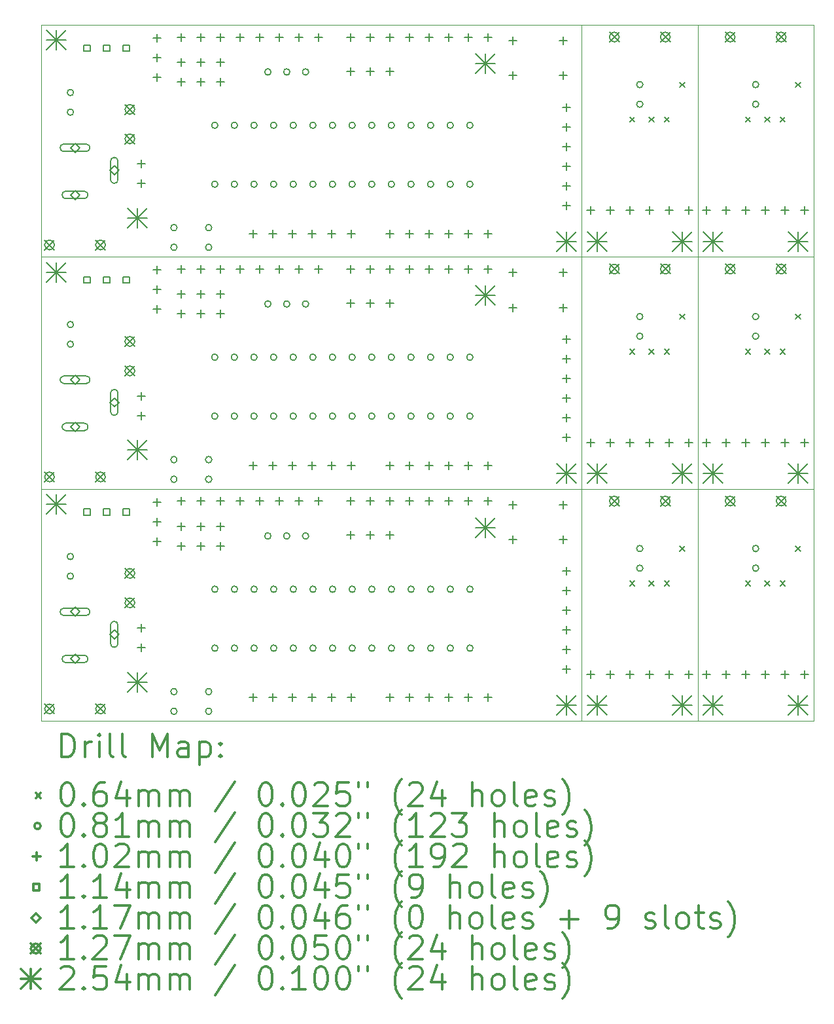
<source format=gbr>
%FSLAX45Y45*%
G04 Gerber Fmt 4.5, Leading zero omitted, Abs format (unit mm)*
G04 Created by KiCad (PCBNEW (2014-11-14 BZR 5284)-product) date Mon Dec  1 16:15:39 2014*
%MOMM*%
G01*
G04 APERTURE LIST*
%ADD10C,0.127000*%
%ADD11C,0.100000*%
%ADD12C,0.200000*%
%ADD13C,0.300000*%
G04 APERTURE END LIST*
D10*
D11*
X11500000Y-12000000D02*
X11500000Y-9000000D01*
X11500000Y-9000000D02*
X13000000Y-9000000D01*
X13000000Y-9000000D02*
X13000000Y-12000000D01*
X13000000Y-12000000D02*
X11500000Y-12000000D01*
X11500000Y-12000000D02*
X10000000Y-12000000D01*
X11500000Y-9000000D02*
X11500000Y-12000000D01*
X10000000Y-9000000D02*
X11500000Y-9000000D01*
X10000000Y-12000000D02*
X10000000Y-9000000D01*
X3000000Y-12000000D02*
X3000000Y-9000000D01*
X10000000Y-12000000D02*
X3000000Y-12000000D01*
X10000000Y-9000000D02*
X10000000Y-12000000D01*
X3000000Y-9000000D02*
X10000000Y-9000000D01*
X3000000Y-6000000D02*
X10000000Y-6000000D01*
X10000000Y-6000000D02*
X10000000Y-9000000D01*
X10000000Y-9000000D02*
X3000000Y-9000000D01*
X3000000Y-9000000D02*
X3000000Y-6000000D01*
X10000000Y-9000000D02*
X10000000Y-6000000D01*
X10000000Y-6000000D02*
X11500000Y-6000000D01*
X11500000Y-6000000D02*
X11500000Y-9000000D01*
X11500000Y-9000000D02*
X10000000Y-9000000D01*
X13000000Y-9000000D02*
X11500000Y-9000000D01*
X13000000Y-6000000D02*
X13000000Y-9000000D01*
X11500000Y-6000000D02*
X13000000Y-6000000D01*
X11500000Y-9000000D02*
X11500000Y-6000000D01*
X11500000Y-6000000D02*
X11500000Y-3000000D01*
X11500000Y-3000000D02*
X13000000Y-3000000D01*
X13000000Y-3000000D02*
X13000000Y-6000000D01*
X13000000Y-6000000D02*
X11500000Y-6000000D01*
X11500000Y-6000000D02*
X10000000Y-6000000D01*
X11500000Y-3000000D02*
X11500000Y-6000000D01*
X10000000Y-3000000D02*
X11500000Y-3000000D01*
X10000000Y-6000000D02*
X10000000Y-3000000D01*
X3000000Y-6000000D02*
X3000000Y-3000000D01*
X10000000Y-6000000D02*
X3000000Y-6000000D01*
X10000000Y-3000000D02*
X10000000Y-6000000D01*
X3000000Y-3000000D02*
X10000000Y-3000000D01*
D12*
X10618250Y-4193250D02*
X10681750Y-4256750D01*
X10681750Y-4193250D02*
X10618250Y-4256750D01*
X10618250Y-7193250D02*
X10681750Y-7256750D01*
X10681750Y-7193250D02*
X10618250Y-7256750D01*
X10618250Y-10193250D02*
X10681750Y-10256750D01*
X10681750Y-10193250D02*
X10618250Y-10256750D01*
X10868250Y-4193250D02*
X10931750Y-4256750D01*
X10931750Y-4193250D02*
X10868250Y-4256750D01*
X10868250Y-7193250D02*
X10931750Y-7256750D01*
X10931750Y-7193250D02*
X10868250Y-7256750D01*
X10868250Y-10193250D02*
X10931750Y-10256750D01*
X10931750Y-10193250D02*
X10868250Y-10256750D01*
X11068250Y-4193250D02*
X11131750Y-4256750D01*
X11131750Y-4193250D02*
X11068250Y-4256750D01*
X11068250Y-7193250D02*
X11131750Y-7256750D01*
X11131750Y-7193250D02*
X11068250Y-7256750D01*
X11068250Y-10193250D02*
X11131750Y-10256750D01*
X11131750Y-10193250D02*
X11068250Y-10256750D01*
X11268250Y-3743250D02*
X11331750Y-3806750D01*
X11331750Y-3743250D02*
X11268250Y-3806750D01*
X11268250Y-6743250D02*
X11331750Y-6806750D01*
X11331750Y-6743250D02*
X11268250Y-6806750D01*
X11268250Y-9743250D02*
X11331750Y-9806750D01*
X11331750Y-9743250D02*
X11268250Y-9806750D01*
X12118250Y-4193250D02*
X12181750Y-4256750D01*
X12181750Y-4193250D02*
X12118250Y-4256750D01*
X12118250Y-7193250D02*
X12181750Y-7256750D01*
X12181750Y-7193250D02*
X12118250Y-7256750D01*
X12118250Y-10193250D02*
X12181750Y-10256750D01*
X12181750Y-10193250D02*
X12118250Y-10256750D01*
X12368250Y-4193250D02*
X12431750Y-4256750D01*
X12431750Y-4193250D02*
X12368250Y-4256750D01*
X12368250Y-7193250D02*
X12431750Y-7256750D01*
X12431750Y-7193250D02*
X12368250Y-7256750D01*
X12368250Y-10193250D02*
X12431750Y-10256750D01*
X12431750Y-10193250D02*
X12368250Y-10256750D01*
X12568250Y-4193250D02*
X12631750Y-4256750D01*
X12631750Y-4193250D02*
X12568250Y-4256750D01*
X12568250Y-7193250D02*
X12631750Y-7256750D01*
X12631750Y-7193250D02*
X12568250Y-7256750D01*
X12568250Y-10193250D02*
X12631750Y-10256750D01*
X12631750Y-10193250D02*
X12568250Y-10256750D01*
X12768250Y-3743250D02*
X12831750Y-3806750D01*
X12831750Y-3743250D02*
X12768250Y-3806750D01*
X12768250Y-6743250D02*
X12831750Y-6806750D01*
X12831750Y-6743250D02*
X12768250Y-6806750D01*
X12768250Y-9743250D02*
X12831750Y-9806750D01*
X12831750Y-9743250D02*
X12768250Y-9806750D01*
X3420640Y-3876000D02*
G75*
G03X3420640Y-3876000I-40640J0D01*
G01*
X3420640Y-4130000D02*
G75*
G03X3420640Y-4130000I-40640J0D01*
G01*
X3420640Y-6876000D02*
G75*
G03X3420640Y-6876000I-40640J0D01*
G01*
X3420640Y-7130000D02*
G75*
G03X3420640Y-7130000I-40640J0D01*
G01*
X3420640Y-9876000D02*
G75*
G03X3420640Y-9876000I-40640J0D01*
G01*
X3420640Y-10130000D02*
G75*
G03X3420640Y-10130000I-40640J0D01*
G01*
X4760640Y-5623000D02*
G75*
G03X4760640Y-5623000I-40640J0D01*
G01*
X4760640Y-5877000D02*
G75*
G03X4760640Y-5877000I-40640J0D01*
G01*
X4760640Y-8623000D02*
G75*
G03X4760640Y-8623000I-40640J0D01*
G01*
X4760640Y-8877000D02*
G75*
G03X4760640Y-8877000I-40640J0D01*
G01*
X4760640Y-11623000D02*
G75*
G03X4760640Y-11623000I-40640J0D01*
G01*
X4760640Y-11877000D02*
G75*
G03X4760640Y-11877000I-40640J0D01*
G01*
X5210640Y-5623000D02*
G75*
G03X5210640Y-5623000I-40640J0D01*
G01*
X5210640Y-5877000D02*
G75*
G03X5210640Y-5877000I-40640J0D01*
G01*
X5210640Y-8623000D02*
G75*
G03X5210640Y-8623000I-40640J0D01*
G01*
X5210640Y-8877000D02*
G75*
G03X5210640Y-8877000I-40640J0D01*
G01*
X5210640Y-11623000D02*
G75*
G03X5210640Y-11623000I-40640J0D01*
G01*
X5210640Y-11877000D02*
G75*
G03X5210640Y-11877000I-40640J0D01*
G01*
X5289640Y-4299000D02*
G75*
G03X5289640Y-4299000I-40640J0D01*
G01*
X5289640Y-5061000D02*
G75*
G03X5289640Y-5061000I-40640J0D01*
G01*
X5289640Y-7299000D02*
G75*
G03X5289640Y-7299000I-40640J0D01*
G01*
X5289640Y-8061000D02*
G75*
G03X5289640Y-8061000I-40640J0D01*
G01*
X5289640Y-10299000D02*
G75*
G03X5289640Y-10299000I-40640J0D01*
G01*
X5289640Y-11061000D02*
G75*
G03X5289640Y-11061000I-40640J0D01*
G01*
X5543640Y-4299000D02*
G75*
G03X5543640Y-4299000I-40640J0D01*
G01*
X5543640Y-5061000D02*
G75*
G03X5543640Y-5061000I-40640J0D01*
G01*
X5543640Y-7299000D02*
G75*
G03X5543640Y-7299000I-40640J0D01*
G01*
X5543640Y-8061000D02*
G75*
G03X5543640Y-8061000I-40640J0D01*
G01*
X5543640Y-10299000D02*
G75*
G03X5543640Y-10299000I-40640J0D01*
G01*
X5543640Y-11061000D02*
G75*
G03X5543640Y-11061000I-40640J0D01*
G01*
X5797640Y-4299000D02*
G75*
G03X5797640Y-4299000I-40640J0D01*
G01*
X5797640Y-5061000D02*
G75*
G03X5797640Y-5061000I-40640J0D01*
G01*
X5797640Y-7299000D02*
G75*
G03X5797640Y-7299000I-40640J0D01*
G01*
X5797640Y-8061000D02*
G75*
G03X5797640Y-8061000I-40640J0D01*
G01*
X5797640Y-10299000D02*
G75*
G03X5797640Y-10299000I-40640J0D01*
G01*
X5797640Y-11061000D02*
G75*
G03X5797640Y-11061000I-40640J0D01*
G01*
X5976546Y-3610000D02*
G75*
G03X5976546Y-3610000I-40640J0D01*
G01*
X5976546Y-6610000D02*
G75*
G03X5976546Y-6610000I-40640J0D01*
G01*
X5976546Y-9610000D02*
G75*
G03X5976546Y-9610000I-40640J0D01*
G01*
X6051640Y-4299000D02*
G75*
G03X6051640Y-4299000I-40640J0D01*
G01*
X6051640Y-5061000D02*
G75*
G03X6051640Y-5061000I-40640J0D01*
G01*
X6051640Y-7299000D02*
G75*
G03X6051640Y-7299000I-40640J0D01*
G01*
X6051640Y-8061000D02*
G75*
G03X6051640Y-8061000I-40640J0D01*
G01*
X6051640Y-10299000D02*
G75*
G03X6051640Y-10299000I-40640J0D01*
G01*
X6051640Y-11061000D02*
G75*
G03X6051640Y-11061000I-40640J0D01*
G01*
X6220640Y-3610000D02*
G75*
G03X6220640Y-3610000I-40640J0D01*
G01*
X6220640Y-6610000D02*
G75*
G03X6220640Y-6610000I-40640J0D01*
G01*
X6220640Y-9610000D02*
G75*
G03X6220640Y-9610000I-40640J0D01*
G01*
X6305640Y-4299000D02*
G75*
G03X6305640Y-4299000I-40640J0D01*
G01*
X6305640Y-5061000D02*
G75*
G03X6305640Y-5061000I-40640J0D01*
G01*
X6305640Y-7299000D02*
G75*
G03X6305640Y-7299000I-40640J0D01*
G01*
X6305640Y-8061000D02*
G75*
G03X6305640Y-8061000I-40640J0D01*
G01*
X6305640Y-10299000D02*
G75*
G03X6305640Y-10299000I-40640J0D01*
G01*
X6305640Y-11061000D02*
G75*
G03X6305640Y-11061000I-40640J0D01*
G01*
X6464734Y-3610000D02*
G75*
G03X6464734Y-3610000I-40640J0D01*
G01*
X6464734Y-6610000D02*
G75*
G03X6464734Y-6610000I-40640J0D01*
G01*
X6464734Y-9610000D02*
G75*
G03X6464734Y-9610000I-40640J0D01*
G01*
X6559640Y-4299000D02*
G75*
G03X6559640Y-4299000I-40640J0D01*
G01*
X6559640Y-5061000D02*
G75*
G03X6559640Y-5061000I-40640J0D01*
G01*
X6559640Y-7299000D02*
G75*
G03X6559640Y-7299000I-40640J0D01*
G01*
X6559640Y-8061000D02*
G75*
G03X6559640Y-8061000I-40640J0D01*
G01*
X6559640Y-10299000D02*
G75*
G03X6559640Y-10299000I-40640J0D01*
G01*
X6559640Y-11061000D02*
G75*
G03X6559640Y-11061000I-40640J0D01*
G01*
X6813640Y-4299000D02*
G75*
G03X6813640Y-4299000I-40640J0D01*
G01*
X6813640Y-5061000D02*
G75*
G03X6813640Y-5061000I-40640J0D01*
G01*
X6813640Y-7299000D02*
G75*
G03X6813640Y-7299000I-40640J0D01*
G01*
X6813640Y-8061000D02*
G75*
G03X6813640Y-8061000I-40640J0D01*
G01*
X6813640Y-10299000D02*
G75*
G03X6813640Y-10299000I-40640J0D01*
G01*
X6813640Y-11061000D02*
G75*
G03X6813640Y-11061000I-40640J0D01*
G01*
X7067640Y-4299000D02*
G75*
G03X7067640Y-4299000I-40640J0D01*
G01*
X7067640Y-5061000D02*
G75*
G03X7067640Y-5061000I-40640J0D01*
G01*
X7067640Y-7299000D02*
G75*
G03X7067640Y-7299000I-40640J0D01*
G01*
X7067640Y-8061000D02*
G75*
G03X7067640Y-8061000I-40640J0D01*
G01*
X7067640Y-10299000D02*
G75*
G03X7067640Y-10299000I-40640J0D01*
G01*
X7067640Y-11061000D02*
G75*
G03X7067640Y-11061000I-40640J0D01*
G01*
X7321640Y-4299000D02*
G75*
G03X7321640Y-4299000I-40640J0D01*
G01*
X7321640Y-5061000D02*
G75*
G03X7321640Y-5061000I-40640J0D01*
G01*
X7321640Y-7299000D02*
G75*
G03X7321640Y-7299000I-40640J0D01*
G01*
X7321640Y-8061000D02*
G75*
G03X7321640Y-8061000I-40640J0D01*
G01*
X7321640Y-10299000D02*
G75*
G03X7321640Y-10299000I-40640J0D01*
G01*
X7321640Y-11061000D02*
G75*
G03X7321640Y-11061000I-40640J0D01*
G01*
X7575640Y-4299000D02*
G75*
G03X7575640Y-4299000I-40640J0D01*
G01*
X7575640Y-5061000D02*
G75*
G03X7575640Y-5061000I-40640J0D01*
G01*
X7575640Y-7299000D02*
G75*
G03X7575640Y-7299000I-40640J0D01*
G01*
X7575640Y-8061000D02*
G75*
G03X7575640Y-8061000I-40640J0D01*
G01*
X7575640Y-10299000D02*
G75*
G03X7575640Y-10299000I-40640J0D01*
G01*
X7575640Y-11061000D02*
G75*
G03X7575640Y-11061000I-40640J0D01*
G01*
X7829640Y-4299000D02*
G75*
G03X7829640Y-4299000I-40640J0D01*
G01*
X7829640Y-5061000D02*
G75*
G03X7829640Y-5061000I-40640J0D01*
G01*
X7829640Y-7299000D02*
G75*
G03X7829640Y-7299000I-40640J0D01*
G01*
X7829640Y-8061000D02*
G75*
G03X7829640Y-8061000I-40640J0D01*
G01*
X7829640Y-10299000D02*
G75*
G03X7829640Y-10299000I-40640J0D01*
G01*
X7829640Y-11061000D02*
G75*
G03X7829640Y-11061000I-40640J0D01*
G01*
X8083640Y-4299000D02*
G75*
G03X8083640Y-4299000I-40640J0D01*
G01*
X8083640Y-5061000D02*
G75*
G03X8083640Y-5061000I-40640J0D01*
G01*
X8083640Y-7299000D02*
G75*
G03X8083640Y-7299000I-40640J0D01*
G01*
X8083640Y-8061000D02*
G75*
G03X8083640Y-8061000I-40640J0D01*
G01*
X8083640Y-10299000D02*
G75*
G03X8083640Y-10299000I-40640J0D01*
G01*
X8083640Y-11061000D02*
G75*
G03X8083640Y-11061000I-40640J0D01*
G01*
X8337640Y-4299000D02*
G75*
G03X8337640Y-4299000I-40640J0D01*
G01*
X8337640Y-5061000D02*
G75*
G03X8337640Y-5061000I-40640J0D01*
G01*
X8337640Y-7299000D02*
G75*
G03X8337640Y-7299000I-40640J0D01*
G01*
X8337640Y-8061000D02*
G75*
G03X8337640Y-8061000I-40640J0D01*
G01*
X8337640Y-10299000D02*
G75*
G03X8337640Y-10299000I-40640J0D01*
G01*
X8337640Y-11061000D02*
G75*
G03X8337640Y-11061000I-40640J0D01*
G01*
X8591640Y-4299000D02*
G75*
G03X8591640Y-4299000I-40640J0D01*
G01*
X8591640Y-5061000D02*
G75*
G03X8591640Y-5061000I-40640J0D01*
G01*
X8591640Y-7299000D02*
G75*
G03X8591640Y-7299000I-40640J0D01*
G01*
X8591640Y-8061000D02*
G75*
G03X8591640Y-8061000I-40640J0D01*
G01*
X8591640Y-10299000D02*
G75*
G03X8591640Y-10299000I-40640J0D01*
G01*
X8591640Y-11061000D02*
G75*
G03X8591640Y-11061000I-40640J0D01*
G01*
X10790640Y-3773000D02*
G75*
G03X10790640Y-3773000I-40640J0D01*
G01*
X10790640Y-4027000D02*
G75*
G03X10790640Y-4027000I-40640J0D01*
G01*
X10790640Y-6773000D02*
G75*
G03X10790640Y-6773000I-40640J0D01*
G01*
X10790640Y-7027000D02*
G75*
G03X10790640Y-7027000I-40640J0D01*
G01*
X10790640Y-9773000D02*
G75*
G03X10790640Y-9773000I-40640J0D01*
G01*
X10790640Y-10027000D02*
G75*
G03X10790640Y-10027000I-40640J0D01*
G01*
X12290640Y-3773000D02*
G75*
G03X12290640Y-3773000I-40640J0D01*
G01*
X12290640Y-4027000D02*
G75*
G03X12290640Y-4027000I-40640J0D01*
G01*
X12290640Y-6773000D02*
G75*
G03X12290640Y-6773000I-40640J0D01*
G01*
X12290640Y-7027000D02*
G75*
G03X12290640Y-7027000I-40640J0D01*
G01*
X12290640Y-9773000D02*
G75*
G03X12290640Y-9773000I-40640J0D01*
G01*
X12290640Y-10027000D02*
G75*
G03X12290640Y-10027000I-40640J0D01*
G01*
X4300000Y-4747200D02*
X4300000Y-4848800D01*
X4249200Y-4798000D02*
X4350800Y-4798000D01*
X4300000Y-5001200D02*
X4300000Y-5102800D01*
X4249200Y-5052000D02*
X4350800Y-5052000D01*
X4300000Y-7747200D02*
X4300000Y-7848800D01*
X4249200Y-7798000D02*
X4350800Y-7798000D01*
X4300000Y-8001200D02*
X4300000Y-8102800D01*
X4249200Y-8052000D02*
X4350800Y-8052000D01*
X4300000Y-10747200D02*
X4300000Y-10848800D01*
X4249200Y-10798000D02*
X4350800Y-10798000D01*
X4300000Y-11001200D02*
X4300000Y-11102800D01*
X4249200Y-11052000D02*
X4350800Y-11052000D01*
X4500000Y-3120200D02*
X4500000Y-3221800D01*
X4449200Y-3171000D02*
X4550800Y-3171000D01*
X4500000Y-3374200D02*
X4500000Y-3475800D01*
X4449200Y-3425000D02*
X4550800Y-3425000D01*
X4500000Y-3628200D02*
X4500000Y-3729800D01*
X4449200Y-3679000D02*
X4550800Y-3679000D01*
X4500000Y-6120200D02*
X4500000Y-6221800D01*
X4449200Y-6171000D02*
X4550800Y-6171000D01*
X4500000Y-6374200D02*
X4500000Y-6475800D01*
X4449200Y-6425000D02*
X4550800Y-6425000D01*
X4500000Y-6628200D02*
X4500000Y-6729800D01*
X4449200Y-6679000D02*
X4550800Y-6679000D01*
X4500000Y-9120200D02*
X4500000Y-9221800D01*
X4449200Y-9171000D02*
X4550800Y-9171000D01*
X4500000Y-9374200D02*
X4500000Y-9475800D01*
X4449200Y-9425000D02*
X4550800Y-9425000D01*
X4500000Y-9628200D02*
X4500000Y-9729800D01*
X4449200Y-9679000D02*
X4550800Y-9679000D01*
X4811000Y-3109200D02*
X4811000Y-3210800D01*
X4760200Y-3160000D02*
X4861800Y-3160000D01*
X4811000Y-6109200D02*
X4811000Y-6210800D01*
X4760200Y-6160000D02*
X4861800Y-6160000D01*
X4811000Y-9109200D02*
X4811000Y-9210800D01*
X4760200Y-9160000D02*
X4861800Y-9160000D01*
X4816000Y-3432200D02*
X4816000Y-3533800D01*
X4765200Y-3483000D02*
X4866800Y-3483000D01*
X4816000Y-3686200D02*
X4816000Y-3787800D01*
X4765200Y-3737000D02*
X4866800Y-3737000D01*
X4816000Y-6432200D02*
X4816000Y-6533800D01*
X4765200Y-6483000D02*
X4866800Y-6483000D01*
X4816000Y-6686200D02*
X4816000Y-6787800D01*
X4765200Y-6737000D02*
X4866800Y-6737000D01*
X4816000Y-9432200D02*
X4816000Y-9533800D01*
X4765200Y-9483000D02*
X4866800Y-9483000D01*
X4816000Y-9686200D02*
X4816000Y-9787800D01*
X4765200Y-9737000D02*
X4866800Y-9737000D01*
X5065000Y-3109200D02*
X5065000Y-3210800D01*
X5014200Y-3160000D02*
X5115800Y-3160000D01*
X5065000Y-6109200D02*
X5065000Y-6210800D01*
X5014200Y-6160000D02*
X5115800Y-6160000D01*
X5065000Y-9109200D02*
X5065000Y-9210800D01*
X5014200Y-9160000D02*
X5115800Y-9160000D01*
X5070000Y-3432200D02*
X5070000Y-3533800D01*
X5019200Y-3483000D02*
X5120800Y-3483000D01*
X5070000Y-3686200D02*
X5070000Y-3787800D01*
X5019200Y-3737000D02*
X5120800Y-3737000D01*
X5070000Y-6432200D02*
X5070000Y-6533800D01*
X5019200Y-6483000D02*
X5120800Y-6483000D01*
X5070000Y-6686200D02*
X5070000Y-6787800D01*
X5019200Y-6737000D02*
X5120800Y-6737000D01*
X5070000Y-9432200D02*
X5070000Y-9533800D01*
X5019200Y-9483000D02*
X5120800Y-9483000D01*
X5070000Y-9686200D02*
X5070000Y-9787800D01*
X5019200Y-9737000D02*
X5120800Y-9737000D01*
X5319000Y-3109200D02*
X5319000Y-3210800D01*
X5268200Y-3160000D02*
X5369800Y-3160000D01*
X5319000Y-6109200D02*
X5319000Y-6210800D01*
X5268200Y-6160000D02*
X5369800Y-6160000D01*
X5319000Y-9109200D02*
X5319000Y-9210800D01*
X5268200Y-9160000D02*
X5369800Y-9160000D01*
X5324000Y-3432200D02*
X5324000Y-3533800D01*
X5273200Y-3483000D02*
X5374800Y-3483000D01*
X5324000Y-3686200D02*
X5324000Y-3787800D01*
X5273200Y-3737000D02*
X5374800Y-3737000D01*
X5324000Y-6432200D02*
X5324000Y-6533800D01*
X5273200Y-6483000D02*
X5374800Y-6483000D01*
X5324000Y-6686200D02*
X5324000Y-6787800D01*
X5273200Y-6737000D02*
X5374800Y-6737000D01*
X5324000Y-9432200D02*
X5324000Y-9533800D01*
X5273200Y-9483000D02*
X5374800Y-9483000D01*
X5324000Y-9686200D02*
X5324000Y-9787800D01*
X5273200Y-9737000D02*
X5374800Y-9737000D01*
X5573000Y-3109200D02*
X5573000Y-3210800D01*
X5522200Y-3160000D02*
X5623800Y-3160000D01*
X5573000Y-6109200D02*
X5573000Y-6210800D01*
X5522200Y-6160000D02*
X5623800Y-6160000D01*
X5573000Y-9109200D02*
X5573000Y-9210800D01*
X5522200Y-9160000D02*
X5623800Y-9160000D01*
X5745000Y-5649200D02*
X5745000Y-5750800D01*
X5694200Y-5700000D02*
X5795800Y-5700000D01*
X5745000Y-8649200D02*
X5745000Y-8750800D01*
X5694200Y-8700000D02*
X5795800Y-8700000D01*
X5745000Y-11649200D02*
X5745000Y-11750800D01*
X5694200Y-11700000D02*
X5795800Y-11700000D01*
X5827000Y-3109200D02*
X5827000Y-3210800D01*
X5776200Y-3160000D02*
X5877800Y-3160000D01*
X5827000Y-6109200D02*
X5827000Y-6210800D01*
X5776200Y-6160000D02*
X5877800Y-6160000D01*
X5827000Y-9109200D02*
X5827000Y-9210800D01*
X5776200Y-9160000D02*
X5877800Y-9160000D01*
X5999000Y-5649200D02*
X5999000Y-5750800D01*
X5948200Y-5700000D02*
X6049800Y-5700000D01*
X5999000Y-8649200D02*
X5999000Y-8750800D01*
X5948200Y-8700000D02*
X6049800Y-8700000D01*
X5999000Y-11649200D02*
X5999000Y-11750800D01*
X5948200Y-11700000D02*
X6049800Y-11700000D01*
X6081000Y-3109200D02*
X6081000Y-3210800D01*
X6030200Y-3160000D02*
X6131800Y-3160000D01*
X6081000Y-6109200D02*
X6081000Y-6210800D01*
X6030200Y-6160000D02*
X6131800Y-6160000D01*
X6081000Y-9109200D02*
X6081000Y-9210800D01*
X6030200Y-9160000D02*
X6131800Y-9160000D01*
X6253000Y-5649200D02*
X6253000Y-5750800D01*
X6202200Y-5700000D02*
X6303800Y-5700000D01*
X6253000Y-8649200D02*
X6253000Y-8750800D01*
X6202200Y-8700000D02*
X6303800Y-8700000D01*
X6253000Y-11649200D02*
X6253000Y-11750800D01*
X6202200Y-11700000D02*
X6303800Y-11700000D01*
X6335000Y-3109200D02*
X6335000Y-3210800D01*
X6284200Y-3160000D02*
X6385800Y-3160000D01*
X6335000Y-6109200D02*
X6335000Y-6210800D01*
X6284200Y-6160000D02*
X6385800Y-6160000D01*
X6335000Y-9109200D02*
X6335000Y-9210800D01*
X6284200Y-9160000D02*
X6385800Y-9160000D01*
X6507000Y-5649200D02*
X6507000Y-5750800D01*
X6456200Y-5700000D02*
X6557800Y-5700000D01*
X6507000Y-8649200D02*
X6507000Y-8750800D01*
X6456200Y-8700000D02*
X6557800Y-8700000D01*
X6507000Y-11649200D02*
X6507000Y-11750800D01*
X6456200Y-11700000D02*
X6557800Y-11700000D01*
X6589000Y-3109200D02*
X6589000Y-3210800D01*
X6538200Y-3160000D02*
X6639800Y-3160000D01*
X6589000Y-6109200D02*
X6589000Y-6210800D01*
X6538200Y-6160000D02*
X6639800Y-6160000D01*
X6589000Y-9109200D02*
X6589000Y-9210800D01*
X6538200Y-9160000D02*
X6639800Y-9160000D01*
X6761000Y-5649200D02*
X6761000Y-5750800D01*
X6710200Y-5700000D02*
X6811800Y-5700000D01*
X6761000Y-8649200D02*
X6761000Y-8750800D01*
X6710200Y-8700000D02*
X6811800Y-8700000D01*
X6761000Y-11649200D02*
X6761000Y-11750800D01*
X6710200Y-11700000D02*
X6811800Y-11700000D01*
X7006000Y-3549200D02*
X7006000Y-3650800D01*
X6955200Y-3600000D02*
X7056800Y-3600000D01*
X7006000Y-6549200D02*
X7006000Y-6650800D01*
X6955200Y-6600000D02*
X7056800Y-6600000D01*
X7006000Y-9549200D02*
X7006000Y-9650800D01*
X6955200Y-9600000D02*
X7056800Y-9600000D01*
X7011000Y-3109200D02*
X7011000Y-3210800D01*
X6960200Y-3160000D02*
X7061800Y-3160000D01*
X7011000Y-6109200D02*
X7011000Y-6210800D01*
X6960200Y-6160000D02*
X7061800Y-6160000D01*
X7011000Y-9109200D02*
X7011000Y-9210800D01*
X6960200Y-9160000D02*
X7061800Y-9160000D01*
X7015000Y-5649200D02*
X7015000Y-5750800D01*
X6964200Y-5700000D02*
X7065800Y-5700000D01*
X7015000Y-8649200D02*
X7015000Y-8750800D01*
X6964200Y-8700000D02*
X7065800Y-8700000D01*
X7015000Y-11649200D02*
X7015000Y-11750800D01*
X6964200Y-11700000D02*
X7065800Y-11700000D01*
X7260000Y-3549200D02*
X7260000Y-3650800D01*
X7209200Y-3600000D02*
X7310800Y-3600000D01*
X7260000Y-6549200D02*
X7260000Y-6650800D01*
X7209200Y-6600000D02*
X7310800Y-6600000D01*
X7260000Y-9549200D02*
X7260000Y-9650800D01*
X7209200Y-9600000D02*
X7310800Y-9600000D01*
X7265000Y-3109200D02*
X7265000Y-3210800D01*
X7214200Y-3160000D02*
X7315800Y-3160000D01*
X7265000Y-6109200D02*
X7265000Y-6210800D01*
X7214200Y-6160000D02*
X7315800Y-6160000D01*
X7265000Y-9109200D02*
X7265000Y-9210800D01*
X7214200Y-9160000D02*
X7315800Y-9160000D01*
X7514000Y-3549200D02*
X7514000Y-3650800D01*
X7463200Y-3600000D02*
X7564800Y-3600000D01*
X7514000Y-6549200D02*
X7514000Y-6650800D01*
X7463200Y-6600000D02*
X7564800Y-6600000D01*
X7514000Y-9549200D02*
X7514000Y-9650800D01*
X7463200Y-9600000D02*
X7564800Y-9600000D01*
X7515000Y-5649200D02*
X7515000Y-5750800D01*
X7464200Y-5700000D02*
X7565800Y-5700000D01*
X7515000Y-8649200D02*
X7515000Y-8750800D01*
X7464200Y-8700000D02*
X7565800Y-8700000D01*
X7515000Y-11649200D02*
X7515000Y-11750800D01*
X7464200Y-11700000D02*
X7565800Y-11700000D01*
X7519000Y-3109200D02*
X7519000Y-3210800D01*
X7468200Y-3160000D02*
X7569800Y-3160000D01*
X7519000Y-6109200D02*
X7519000Y-6210800D01*
X7468200Y-6160000D02*
X7569800Y-6160000D01*
X7519000Y-9109200D02*
X7519000Y-9210800D01*
X7468200Y-9160000D02*
X7569800Y-9160000D01*
X7769000Y-5649200D02*
X7769000Y-5750800D01*
X7718200Y-5700000D02*
X7819800Y-5700000D01*
X7769000Y-8649200D02*
X7769000Y-8750800D01*
X7718200Y-8700000D02*
X7819800Y-8700000D01*
X7769000Y-11649200D02*
X7769000Y-11750800D01*
X7718200Y-11700000D02*
X7819800Y-11700000D01*
X7773000Y-3109200D02*
X7773000Y-3210800D01*
X7722200Y-3160000D02*
X7823800Y-3160000D01*
X7773000Y-6109200D02*
X7773000Y-6210800D01*
X7722200Y-6160000D02*
X7823800Y-6160000D01*
X7773000Y-9109200D02*
X7773000Y-9210800D01*
X7722200Y-9160000D02*
X7823800Y-9160000D01*
X8023000Y-5649200D02*
X8023000Y-5750800D01*
X7972200Y-5700000D02*
X8073800Y-5700000D01*
X8023000Y-8649200D02*
X8023000Y-8750800D01*
X7972200Y-8700000D02*
X8073800Y-8700000D01*
X8023000Y-11649200D02*
X8023000Y-11750800D01*
X7972200Y-11700000D02*
X8073800Y-11700000D01*
X8027000Y-3109200D02*
X8027000Y-3210800D01*
X7976200Y-3160000D02*
X8077800Y-3160000D01*
X8027000Y-6109200D02*
X8027000Y-6210800D01*
X7976200Y-6160000D02*
X8077800Y-6160000D01*
X8027000Y-9109200D02*
X8027000Y-9210800D01*
X7976200Y-9160000D02*
X8077800Y-9160000D01*
X8277000Y-5649200D02*
X8277000Y-5750800D01*
X8226200Y-5700000D02*
X8327800Y-5700000D01*
X8277000Y-8649200D02*
X8277000Y-8750800D01*
X8226200Y-8700000D02*
X8327800Y-8700000D01*
X8277000Y-11649200D02*
X8277000Y-11750800D01*
X8226200Y-11700000D02*
X8327800Y-11700000D01*
X8281000Y-3109200D02*
X8281000Y-3210800D01*
X8230200Y-3160000D02*
X8331800Y-3160000D01*
X8281000Y-6109200D02*
X8281000Y-6210800D01*
X8230200Y-6160000D02*
X8331800Y-6160000D01*
X8281000Y-9109200D02*
X8281000Y-9210800D01*
X8230200Y-9160000D02*
X8331800Y-9160000D01*
X8531000Y-5649200D02*
X8531000Y-5750800D01*
X8480200Y-5700000D02*
X8581800Y-5700000D01*
X8531000Y-8649200D02*
X8531000Y-8750800D01*
X8480200Y-8700000D02*
X8581800Y-8700000D01*
X8531000Y-11649200D02*
X8531000Y-11750800D01*
X8480200Y-11700000D02*
X8581800Y-11700000D01*
X8535000Y-3109200D02*
X8535000Y-3210800D01*
X8484200Y-3160000D02*
X8585800Y-3160000D01*
X8535000Y-6109200D02*
X8535000Y-6210800D01*
X8484200Y-6160000D02*
X8585800Y-6160000D01*
X8535000Y-9109200D02*
X8535000Y-9210800D01*
X8484200Y-9160000D02*
X8585800Y-9160000D01*
X8785000Y-5649200D02*
X8785000Y-5750800D01*
X8734200Y-5700000D02*
X8835800Y-5700000D01*
X8785000Y-8649200D02*
X8785000Y-8750800D01*
X8734200Y-8700000D02*
X8835800Y-8700000D01*
X8785000Y-11649200D02*
X8785000Y-11750800D01*
X8734200Y-11700000D02*
X8835800Y-11700000D01*
X8789000Y-3109200D02*
X8789000Y-3210800D01*
X8738200Y-3160000D02*
X8839800Y-3160000D01*
X8789000Y-6109200D02*
X8789000Y-6210800D01*
X8738200Y-6160000D02*
X8839800Y-6160000D01*
X8789000Y-9109200D02*
X8789000Y-9210800D01*
X8738200Y-9160000D02*
X8839800Y-9160000D01*
X9105000Y-3154200D02*
X9105000Y-3255800D01*
X9054200Y-3205000D02*
X9155800Y-3205000D01*
X9105000Y-3604200D02*
X9105000Y-3705800D01*
X9054200Y-3655000D02*
X9155800Y-3655000D01*
X9105000Y-6154200D02*
X9105000Y-6255800D01*
X9054200Y-6205000D02*
X9155800Y-6205000D01*
X9105000Y-6604200D02*
X9105000Y-6705800D01*
X9054200Y-6655000D02*
X9155800Y-6655000D01*
X9105000Y-9154200D02*
X9105000Y-9255800D01*
X9054200Y-9205000D02*
X9155800Y-9205000D01*
X9105000Y-9604200D02*
X9105000Y-9705800D01*
X9054200Y-9655000D02*
X9155800Y-9655000D01*
X9755000Y-3154200D02*
X9755000Y-3255800D01*
X9704200Y-3205000D02*
X9805800Y-3205000D01*
X9755000Y-3604200D02*
X9755000Y-3705800D01*
X9704200Y-3655000D02*
X9805800Y-3655000D01*
X9755000Y-6154200D02*
X9755000Y-6255800D01*
X9704200Y-6205000D02*
X9805800Y-6205000D01*
X9755000Y-6604200D02*
X9755000Y-6705800D01*
X9704200Y-6655000D02*
X9805800Y-6655000D01*
X9755000Y-9154200D02*
X9755000Y-9255800D01*
X9704200Y-9205000D02*
X9805800Y-9205000D01*
X9755000Y-9604200D02*
X9755000Y-9705800D01*
X9704200Y-9655000D02*
X9805800Y-9655000D01*
X9800000Y-4014200D02*
X9800000Y-4115800D01*
X9749200Y-4065000D02*
X9850800Y-4065000D01*
X9800000Y-4268200D02*
X9800000Y-4369800D01*
X9749200Y-4319000D02*
X9850800Y-4319000D01*
X9800000Y-4522200D02*
X9800000Y-4623800D01*
X9749200Y-4573000D02*
X9850800Y-4573000D01*
X9800000Y-4776200D02*
X9800000Y-4877800D01*
X9749200Y-4827000D02*
X9850800Y-4827000D01*
X9800000Y-5030200D02*
X9800000Y-5131800D01*
X9749200Y-5081000D02*
X9850800Y-5081000D01*
X9800000Y-5284200D02*
X9800000Y-5385800D01*
X9749200Y-5335000D02*
X9850800Y-5335000D01*
X9800000Y-7014200D02*
X9800000Y-7115800D01*
X9749200Y-7065000D02*
X9850800Y-7065000D01*
X9800000Y-7268200D02*
X9800000Y-7369800D01*
X9749200Y-7319000D02*
X9850800Y-7319000D01*
X9800000Y-7522200D02*
X9800000Y-7623800D01*
X9749200Y-7573000D02*
X9850800Y-7573000D01*
X9800000Y-7776200D02*
X9800000Y-7877800D01*
X9749200Y-7827000D02*
X9850800Y-7827000D01*
X9800000Y-8030200D02*
X9800000Y-8131800D01*
X9749200Y-8081000D02*
X9850800Y-8081000D01*
X9800000Y-8284200D02*
X9800000Y-8385800D01*
X9749200Y-8335000D02*
X9850800Y-8335000D01*
X9800000Y-10014200D02*
X9800000Y-10115800D01*
X9749200Y-10065000D02*
X9850800Y-10065000D01*
X9800000Y-10268200D02*
X9800000Y-10369800D01*
X9749200Y-10319000D02*
X9850800Y-10319000D01*
X9800000Y-10522200D02*
X9800000Y-10623800D01*
X9749200Y-10573000D02*
X9850800Y-10573000D01*
X9800000Y-10776200D02*
X9800000Y-10877800D01*
X9749200Y-10827000D02*
X9850800Y-10827000D01*
X9800000Y-11030200D02*
X9800000Y-11131800D01*
X9749200Y-11081000D02*
X9850800Y-11081000D01*
X9800000Y-11284200D02*
X9800000Y-11385800D01*
X9749200Y-11335000D02*
X9850800Y-11335000D01*
X10115000Y-5349200D02*
X10115000Y-5450800D01*
X10064200Y-5400000D02*
X10165800Y-5400000D01*
X10115000Y-8349200D02*
X10115000Y-8450800D01*
X10064200Y-8400000D02*
X10165800Y-8400000D01*
X10115000Y-11349200D02*
X10115000Y-11450800D01*
X10064200Y-11400000D02*
X10165800Y-11400000D01*
X10369000Y-5349200D02*
X10369000Y-5450800D01*
X10318200Y-5400000D02*
X10419800Y-5400000D01*
X10369000Y-8349200D02*
X10369000Y-8450800D01*
X10318200Y-8400000D02*
X10419800Y-8400000D01*
X10369000Y-11349200D02*
X10369000Y-11450800D01*
X10318200Y-11400000D02*
X10419800Y-11400000D01*
X10623000Y-5349200D02*
X10623000Y-5450800D01*
X10572200Y-5400000D02*
X10673800Y-5400000D01*
X10623000Y-8349200D02*
X10623000Y-8450800D01*
X10572200Y-8400000D02*
X10673800Y-8400000D01*
X10623000Y-11349200D02*
X10623000Y-11450800D01*
X10572200Y-11400000D02*
X10673800Y-11400000D01*
X10877000Y-5349200D02*
X10877000Y-5450800D01*
X10826200Y-5400000D02*
X10927800Y-5400000D01*
X10877000Y-8349200D02*
X10877000Y-8450800D01*
X10826200Y-8400000D02*
X10927800Y-8400000D01*
X10877000Y-11349200D02*
X10877000Y-11450800D01*
X10826200Y-11400000D02*
X10927800Y-11400000D01*
X11131000Y-5349200D02*
X11131000Y-5450800D01*
X11080200Y-5400000D02*
X11181800Y-5400000D01*
X11131000Y-8349200D02*
X11131000Y-8450800D01*
X11080200Y-8400000D02*
X11181800Y-8400000D01*
X11131000Y-11349200D02*
X11131000Y-11450800D01*
X11080200Y-11400000D02*
X11181800Y-11400000D01*
X11385000Y-5349200D02*
X11385000Y-5450800D01*
X11334200Y-5400000D02*
X11435800Y-5400000D01*
X11385000Y-8349200D02*
X11385000Y-8450800D01*
X11334200Y-8400000D02*
X11435800Y-8400000D01*
X11385000Y-11349200D02*
X11385000Y-11450800D01*
X11334200Y-11400000D02*
X11435800Y-11400000D01*
X11615000Y-5349200D02*
X11615000Y-5450800D01*
X11564200Y-5400000D02*
X11665800Y-5400000D01*
X11615000Y-8349200D02*
X11615000Y-8450800D01*
X11564200Y-8400000D02*
X11665800Y-8400000D01*
X11615000Y-11349200D02*
X11615000Y-11450800D01*
X11564200Y-11400000D02*
X11665800Y-11400000D01*
X11869000Y-5349200D02*
X11869000Y-5450800D01*
X11818200Y-5400000D02*
X11919800Y-5400000D01*
X11869000Y-8349200D02*
X11869000Y-8450800D01*
X11818200Y-8400000D02*
X11919800Y-8400000D01*
X11869000Y-11349200D02*
X11869000Y-11450800D01*
X11818200Y-11400000D02*
X11919800Y-11400000D01*
X12123000Y-5349200D02*
X12123000Y-5450800D01*
X12072200Y-5400000D02*
X12173800Y-5400000D01*
X12123000Y-8349200D02*
X12123000Y-8450800D01*
X12072200Y-8400000D02*
X12173800Y-8400000D01*
X12123000Y-11349200D02*
X12123000Y-11450800D01*
X12072200Y-11400000D02*
X12173800Y-11400000D01*
X12377000Y-5349200D02*
X12377000Y-5450800D01*
X12326200Y-5400000D02*
X12427800Y-5400000D01*
X12377000Y-8349200D02*
X12377000Y-8450800D01*
X12326200Y-8400000D02*
X12427800Y-8400000D01*
X12377000Y-11349200D02*
X12377000Y-11450800D01*
X12326200Y-11400000D02*
X12427800Y-11400000D01*
X12631000Y-5349200D02*
X12631000Y-5450800D01*
X12580200Y-5400000D02*
X12681800Y-5400000D01*
X12631000Y-8349200D02*
X12631000Y-8450800D01*
X12580200Y-8400000D02*
X12681800Y-8400000D01*
X12631000Y-11349200D02*
X12631000Y-11450800D01*
X12580200Y-11400000D02*
X12681800Y-11400000D01*
X12885000Y-5349200D02*
X12885000Y-5450800D01*
X12834200Y-5400000D02*
X12935800Y-5400000D01*
X12885000Y-8349200D02*
X12885000Y-8450800D01*
X12834200Y-8400000D02*
X12935800Y-8400000D01*
X12885000Y-11349200D02*
X12885000Y-11450800D01*
X12834200Y-11400000D02*
X12935800Y-11400000D01*
X3636411Y-3340411D02*
X3636411Y-3259588D01*
X3555588Y-3259588D01*
X3555588Y-3340411D01*
X3636411Y-3340411D01*
X3636411Y-6340411D02*
X3636411Y-6259588D01*
X3555588Y-6259588D01*
X3555588Y-6340411D01*
X3636411Y-6340411D01*
X3636411Y-9340412D02*
X3636411Y-9259589D01*
X3555588Y-9259589D01*
X3555588Y-9340412D01*
X3636411Y-9340412D01*
X3890411Y-3340411D02*
X3890411Y-3259588D01*
X3809588Y-3259588D01*
X3809588Y-3340411D01*
X3890411Y-3340411D01*
X3890411Y-6340411D02*
X3890411Y-6259588D01*
X3809588Y-6259588D01*
X3809588Y-6340411D01*
X3890411Y-6340411D01*
X3890411Y-9340412D02*
X3890411Y-9259589D01*
X3809588Y-9259589D01*
X3809588Y-9340412D01*
X3890411Y-9340412D01*
X4144411Y-3340411D02*
X4144411Y-3259588D01*
X4063588Y-3259588D01*
X4063588Y-3340411D01*
X4144411Y-3340411D01*
X4144411Y-6340411D02*
X4144411Y-6259588D01*
X4063588Y-6259588D01*
X4063588Y-6340411D01*
X4144411Y-6340411D01*
X4144411Y-9340412D02*
X4144411Y-9259589D01*
X4063588Y-9259589D01*
X4063588Y-9340412D01*
X4144411Y-9340412D01*
X3440000Y-4648820D02*
X3498420Y-4590400D01*
X3440000Y-4531980D01*
X3381580Y-4590400D01*
X3440000Y-4648820D01*
X3295220Y-4638820D02*
X3584780Y-4638820D01*
X3295220Y-4541980D02*
X3584780Y-4541980D01*
X3584780Y-4638820D02*
G75*
G03X3584780Y-4541980I0J48420D01*
G01*
X3295220Y-4541980D02*
G75*
G03X3295220Y-4638820I0J-48420D01*
G01*
X3440000Y-5258420D02*
X3498420Y-5200000D01*
X3440000Y-5141580D01*
X3381580Y-5200000D01*
X3440000Y-5258420D01*
X3320620Y-5248420D02*
X3559380Y-5248420D01*
X3320620Y-5151580D02*
X3559380Y-5151580D01*
X3559380Y-5248420D02*
G75*
G03X3559380Y-5151580I0J48420D01*
G01*
X3320620Y-5151580D02*
G75*
G03X3320620Y-5248420I0J-48420D01*
G01*
X3440000Y-7648820D02*
X3498420Y-7590400D01*
X3440000Y-7531980D01*
X3381580Y-7590400D01*
X3440000Y-7648820D01*
X3295220Y-7638820D02*
X3584780Y-7638820D01*
X3295220Y-7541980D02*
X3584780Y-7541980D01*
X3584780Y-7638820D02*
G75*
G03X3584780Y-7541980I0J48420D01*
G01*
X3295220Y-7541980D02*
G75*
G03X3295220Y-7638820I0J-48420D01*
G01*
X3440000Y-8258420D02*
X3498420Y-8200000D01*
X3440000Y-8141580D01*
X3381580Y-8200000D01*
X3440000Y-8258420D01*
X3320620Y-8248420D02*
X3559380Y-8248420D01*
X3320620Y-8151580D02*
X3559380Y-8151580D01*
X3559380Y-8248420D02*
G75*
G03X3559380Y-8151580I0J48420D01*
G01*
X3320620Y-8151580D02*
G75*
G03X3320620Y-8248420I0J-48420D01*
G01*
X3440000Y-10648820D02*
X3498420Y-10590400D01*
X3440000Y-10531980D01*
X3381580Y-10590400D01*
X3440000Y-10648820D01*
X3295220Y-10638820D02*
X3584780Y-10638820D01*
X3295220Y-10541980D02*
X3584780Y-10541980D01*
X3584780Y-10638820D02*
G75*
G03X3584780Y-10541980I0J48420D01*
G01*
X3295220Y-10541980D02*
G75*
G03X3295220Y-10638820I0J-48420D01*
G01*
X3440000Y-11258420D02*
X3498420Y-11200000D01*
X3440000Y-11141580D01*
X3381580Y-11200000D01*
X3440000Y-11258420D01*
X3320620Y-11248420D02*
X3559380Y-11248420D01*
X3320620Y-11151580D02*
X3559380Y-11151580D01*
X3559380Y-11248420D02*
G75*
G03X3559380Y-11151580I0J48420D01*
G01*
X3320620Y-11151580D02*
G75*
G03X3320620Y-11248420I0J-48420D01*
G01*
X3948000Y-4940920D02*
X4006420Y-4882500D01*
X3948000Y-4824080D01*
X3889580Y-4882500D01*
X3948000Y-4940920D01*
X3996420Y-5001880D02*
X3996420Y-4763120D01*
X3899580Y-5001880D02*
X3899580Y-4763120D01*
X3996420Y-4763120D02*
G75*
G03X3899580Y-4763120I-48420J0D01*
G01*
X3899580Y-5001880D02*
G75*
G03X3996420Y-5001880I48420J0D01*
G01*
X3948000Y-7940920D02*
X4006420Y-7882500D01*
X3948000Y-7824080D01*
X3889580Y-7882500D01*
X3948000Y-7940920D01*
X3996420Y-8001880D02*
X3996420Y-7763120D01*
X3899580Y-8001880D02*
X3899580Y-7763120D01*
X3996420Y-7763120D02*
G75*
G03X3899580Y-7763120I-48420J0D01*
G01*
X3899580Y-8001880D02*
G75*
G03X3996420Y-8001880I48420J0D01*
G01*
X3948000Y-10940920D02*
X4006420Y-10882500D01*
X3948000Y-10824080D01*
X3889580Y-10882500D01*
X3948000Y-10940920D01*
X3996420Y-11001880D02*
X3996420Y-10763120D01*
X3899580Y-11001880D02*
X3899580Y-10763120D01*
X3996420Y-10763120D02*
G75*
G03X3899580Y-10763120I-48420J0D01*
G01*
X3899580Y-11001880D02*
G75*
G03X3996420Y-11001880I48420J0D01*
G01*
X3046300Y-5783200D02*
X3173300Y-5910200D01*
X3173300Y-5783200D02*
X3046300Y-5910200D01*
X3173300Y-5846700D02*
G75*
G03X3173300Y-5846700I-63500J0D01*
G01*
X3046300Y-8783200D02*
X3173300Y-8910200D01*
X3173300Y-8783200D02*
X3046300Y-8910200D01*
X3173300Y-8846700D02*
G75*
G03X3173300Y-8846700I-63500J0D01*
G01*
X3046300Y-11783200D02*
X3173300Y-11910200D01*
X3173300Y-11783200D02*
X3046300Y-11910200D01*
X3173300Y-11846700D02*
G75*
G03X3173300Y-11846700I-63500J0D01*
G01*
X3706700Y-5783200D02*
X3833700Y-5910200D01*
X3833700Y-5783200D02*
X3706700Y-5910200D01*
X3833700Y-5846700D02*
G75*
G03X3833700Y-5846700I-63500J0D01*
G01*
X3706700Y-8783200D02*
X3833700Y-8910200D01*
X3833700Y-8783200D02*
X3706700Y-8910200D01*
X3833700Y-8846700D02*
G75*
G03X3833700Y-8846700I-63500J0D01*
G01*
X3706700Y-11783200D02*
X3833700Y-11910200D01*
X3833700Y-11783200D02*
X3706700Y-11910200D01*
X3833700Y-11846700D02*
G75*
G03X3833700Y-11846700I-63500J0D01*
G01*
X4086500Y-4030500D02*
X4213500Y-4157500D01*
X4213500Y-4030500D02*
X4086500Y-4157500D01*
X4213500Y-4094000D02*
G75*
G03X4213500Y-4094000I-63500J0D01*
G01*
X4086500Y-4411500D02*
X4213500Y-4538500D01*
X4213500Y-4411500D02*
X4086500Y-4538500D01*
X4213500Y-4475000D02*
G75*
G03X4213500Y-4475000I-63500J0D01*
G01*
X4086500Y-7030500D02*
X4213500Y-7157500D01*
X4213500Y-7030500D02*
X4086500Y-7157500D01*
X4213500Y-7094000D02*
G75*
G03X4213500Y-7094000I-63500J0D01*
G01*
X4086500Y-7411500D02*
X4213500Y-7538500D01*
X4213500Y-7411500D02*
X4086500Y-7538500D01*
X4213500Y-7475000D02*
G75*
G03X4213500Y-7475000I-63500J0D01*
G01*
X4086500Y-10030500D02*
X4213500Y-10157500D01*
X4213500Y-10030500D02*
X4086500Y-10157500D01*
X4213500Y-10094000D02*
G75*
G03X4213500Y-10094000I-63500J0D01*
G01*
X4086500Y-10411500D02*
X4213500Y-10538500D01*
X4213500Y-10411500D02*
X4086500Y-10538500D01*
X4213500Y-10475000D02*
G75*
G03X4213500Y-10475000I-63500J0D01*
G01*
X10356300Y-3094800D02*
X10483300Y-3221800D01*
X10483300Y-3094800D02*
X10356300Y-3221800D01*
X10483300Y-3158300D02*
G75*
G03X10483300Y-3158300I-63500J0D01*
G01*
X10356300Y-6094800D02*
X10483300Y-6221800D01*
X10483300Y-6094800D02*
X10356300Y-6221800D01*
X10483300Y-6158300D02*
G75*
G03X10483300Y-6158300I-63500J0D01*
G01*
X10356300Y-9094800D02*
X10483300Y-9221800D01*
X10483300Y-9094800D02*
X10356300Y-9221800D01*
X10483300Y-9158300D02*
G75*
G03X10483300Y-9158300I-63500J0D01*
G01*
X11016700Y-3094800D02*
X11143700Y-3221800D01*
X11143700Y-3094800D02*
X11016700Y-3221800D01*
X11143700Y-3158300D02*
G75*
G03X11143700Y-3158300I-63500J0D01*
G01*
X11016700Y-6094800D02*
X11143700Y-6221800D01*
X11143700Y-6094800D02*
X11016700Y-6221800D01*
X11143700Y-6158300D02*
G75*
G03X11143700Y-6158300I-63500J0D01*
G01*
X11016700Y-9094800D02*
X11143700Y-9221800D01*
X11143700Y-9094800D02*
X11016700Y-9221800D01*
X11143700Y-9158300D02*
G75*
G03X11143700Y-9158300I-63500J0D01*
G01*
X11856300Y-3094800D02*
X11983300Y-3221800D01*
X11983300Y-3094800D02*
X11856300Y-3221800D01*
X11983300Y-3158300D02*
G75*
G03X11983300Y-3158300I-63500J0D01*
G01*
X11856300Y-6094800D02*
X11983300Y-6221800D01*
X11983300Y-6094800D02*
X11856300Y-6221800D01*
X11983300Y-6158300D02*
G75*
G03X11983300Y-6158300I-63500J0D01*
G01*
X11856300Y-9094800D02*
X11983300Y-9221800D01*
X11983300Y-9094800D02*
X11856300Y-9221800D01*
X11983300Y-9158300D02*
G75*
G03X11983300Y-9158300I-63500J0D01*
G01*
X12516700Y-3094800D02*
X12643700Y-3221800D01*
X12643700Y-3094800D02*
X12516700Y-3221800D01*
X12643700Y-3158300D02*
G75*
G03X12643700Y-3158300I-63500J0D01*
G01*
X12516700Y-6094800D02*
X12643700Y-6221800D01*
X12643700Y-6094800D02*
X12516700Y-6221800D01*
X12643700Y-6158300D02*
G75*
G03X12643700Y-6158300I-63500J0D01*
G01*
X12516700Y-9094800D02*
X12643700Y-9221800D01*
X12643700Y-9094800D02*
X12516700Y-9221800D01*
X12643700Y-9158300D02*
G75*
G03X12643700Y-9158300I-63500J0D01*
G01*
X3073000Y-3073000D02*
X3327000Y-3327000D01*
X3327000Y-3073000D02*
X3073000Y-3327000D01*
X3200000Y-3073000D02*
X3200000Y-3327000D01*
X3073000Y-3200000D02*
X3327000Y-3200000D01*
X3073000Y-6073000D02*
X3327000Y-6327000D01*
X3327000Y-6073000D02*
X3073000Y-6327000D01*
X3200000Y-6073000D02*
X3200000Y-6327000D01*
X3073000Y-6200000D02*
X3327000Y-6200000D01*
X3073000Y-9073000D02*
X3327000Y-9327000D01*
X3327000Y-9073000D02*
X3073000Y-9327000D01*
X3200000Y-9073000D02*
X3200000Y-9327000D01*
X3073000Y-9200000D02*
X3327000Y-9200000D01*
X4123000Y-5373000D02*
X4377000Y-5627000D01*
X4377000Y-5373000D02*
X4123000Y-5627000D01*
X4250000Y-5373000D02*
X4250000Y-5627000D01*
X4123000Y-5500000D02*
X4377000Y-5500000D01*
X4123000Y-8373000D02*
X4377000Y-8627000D01*
X4377000Y-8373000D02*
X4123000Y-8627000D01*
X4250000Y-8373000D02*
X4250000Y-8627000D01*
X4123000Y-8500000D02*
X4377000Y-8500000D01*
X4123000Y-11373000D02*
X4377000Y-11627000D01*
X4377000Y-11373000D02*
X4123000Y-11627000D01*
X4250000Y-11373000D02*
X4250000Y-11627000D01*
X4123000Y-11500000D02*
X4377000Y-11500000D01*
X8623000Y-3373000D02*
X8877000Y-3627000D01*
X8877000Y-3373000D02*
X8623000Y-3627000D01*
X8750000Y-3373000D02*
X8750000Y-3627000D01*
X8623000Y-3500000D02*
X8877000Y-3500000D01*
X8623000Y-6373000D02*
X8877000Y-6627000D01*
X8877000Y-6373000D02*
X8623000Y-6627000D01*
X8750000Y-6373000D02*
X8750000Y-6627000D01*
X8623000Y-6500000D02*
X8877000Y-6500000D01*
X8623000Y-9373000D02*
X8877000Y-9627000D01*
X8877000Y-9373000D02*
X8623000Y-9627000D01*
X8750000Y-9373000D02*
X8750000Y-9627000D01*
X8623000Y-9500000D02*
X8877000Y-9500000D01*
X9673000Y-5673000D02*
X9927000Y-5927000D01*
X9927000Y-5673000D02*
X9673000Y-5927000D01*
X9800000Y-5673000D02*
X9800000Y-5927000D01*
X9673000Y-5800000D02*
X9927000Y-5800000D01*
X9673000Y-8673000D02*
X9927000Y-8927000D01*
X9927000Y-8673000D02*
X9673000Y-8927000D01*
X9800000Y-8673000D02*
X9800000Y-8927000D01*
X9673000Y-8800000D02*
X9927000Y-8800000D01*
X9673000Y-11673000D02*
X9927000Y-11927000D01*
X9927000Y-11673000D02*
X9673000Y-11927000D01*
X9800000Y-11673000D02*
X9800000Y-11927000D01*
X9673000Y-11800000D02*
X9927000Y-11800000D01*
X10073000Y-5673000D02*
X10327000Y-5927000D01*
X10327000Y-5673000D02*
X10073000Y-5927000D01*
X10200000Y-5673000D02*
X10200000Y-5927000D01*
X10073000Y-5800000D02*
X10327000Y-5800000D01*
X10073000Y-8673000D02*
X10327000Y-8927000D01*
X10327000Y-8673000D02*
X10073000Y-8927000D01*
X10200000Y-8673000D02*
X10200000Y-8927000D01*
X10073000Y-8800000D02*
X10327000Y-8800000D01*
X10073000Y-11673000D02*
X10327000Y-11927000D01*
X10327000Y-11673000D02*
X10073000Y-11927000D01*
X10200000Y-11673000D02*
X10200000Y-11927000D01*
X10073000Y-11800000D02*
X10327000Y-11800000D01*
X11173000Y-5673000D02*
X11427000Y-5927000D01*
X11427000Y-5673000D02*
X11173000Y-5927000D01*
X11300000Y-5673000D02*
X11300000Y-5927000D01*
X11173000Y-5800000D02*
X11427000Y-5800000D01*
X11173000Y-8673000D02*
X11427000Y-8927000D01*
X11427000Y-8673000D02*
X11173000Y-8927000D01*
X11300000Y-8673000D02*
X11300000Y-8927000D01*
X11173000Y-8800000D02*
X11427000Y-8800000D01*
X11173000Y-11673000D02*
X11427000Y-11927000D01*
X11427000Y-11673000D02*
X11173000Y-11927000D01*
X11300000Y-11673000D02*
X11300000Y-11927000D01*
X11173000Y-11800000D02*
X11427000Y-11800000D01*
X11573000Y-5673000D02*
X11827000Y-5927000D01*
X11827000Y-5673000D02*
X11573000Y-5927000D01*
X11700000Y-5673000D02*
X11700000Y-5927000D01*
X11573000Y-5800000D02*
X11827000Y-5800000D01*
X11573000Y-8673000D02*
X11827000Y-8927000D01*
X11827000Y-8673000D02*
X11573000Y-8927000D01*
X11700000Y-8673000D02*
X11700000Y-8927000D01*
X11573000Y-8800000D02*
X11827000Y-8800000D01*
X11573000Y-11673000D02*
X11827000Y-11927000D01*
X11827000Y-11673000D02*
X11573000Y-11927000D01*
X11700000Y-11673000D02*
X11700000Y-11927000D01*
X11573000Y-11800000D02*
X11827000Y-11800000D01*
X12673000Y-5673000D02*
X12927000Y-5927000D01*
X12927000Y-5673000D02*
X12673000Y-5927000D01*
X12800000Y-5673000D02*
X12800000Y-5927000D01*
X12673000Y-5800000D02*
X12927000Y-5800000D01*
X12673000Y-8673000D02*
X12927000Y-8927000D01*
X12927000Y-8673000D02*
X12673000Y-8927000D01*
X12800000Y-8673000D02*
X12800000Y-8927000D01*
X12673000Y-8800000D02*
X12927000Y-8800000D01*
X12673000Y-11673000D02*
X12927000Y-11927000D01*
X12927000Y-11673000D02*
X12673000Y-11927000D01*
X12800000Y-11673000D02*
X12800000Y-11927000D01*
X12673000Y-11800000D02*
X12927000Y-11800000D01*
D13*
X3266428Y-12470714D02*
X3266428Y-12170714D01*
X3337857Y-12170714D01*
X3380714Y-12185000D01*
X3409286Y-12213571D01*
X3423571Y-12242143D01*
X3437857Y-12299286D01*
X3437857Y-12342143D01*
X3423571Y-12399286D01*
X3409286Y-12427857D01*
X3380714Y-12456429D01*
X3337857Y-12470714D01*
X3266428Y-12470714D01*
X3566428Y-12470714D02*
X3566428Y-12270714D01*
X3566428Y-12327857D02*
X3580714Y-12299286D01*
X3595000Y-12285000D01*
X3623571Y-12270714D01*
X3652143Y-12270714D01*
X3752143Y-12470714D02*
X3752143Y-12270714D01*
X3752143Y-12170714D02*
X3737857Y-12185000D01*
X3752143Y-12199286D01*
X3766428Y-12185000D01*
X3752143Y-12170714D01*
X3752143Y-12199286D01*
X3937857Y-12470714D02*
X3909286Y-12456429D01*
X3895000Y-12427857D01*
X3895000Y-12170714D01*
X4095000Y-12470714D02*
X4066428Y-12456429D01*
X4052143Y-12427857D01*
X4052143Y-12170714D01*
X4437857Y-12470714D02*
X4437857Y-12170714D01*
X4537857Y-12385000D01*
X4637857Y-12170714D01*
X4637857Y-12470714D01*
X4909286Y-12470714D02*
X4909286Y-12313571D01*
X4895000Y-12285000D01*
X4866429Y-12270714D01*
X4809286Y-12270714D01*
X4780714Y-12285000D01*
X4909286Y-12456429D02*
X4880714Y-12470714D01*
X4809286Y-12470714D01*
X4780714Y-12456429D01*
X4766429Y-12427857D01*
X4766429Y-12399286D01*
X4780714Y-12370714D01*
X4809286Y-12356429D01*
X4880714Y-12356429D01*
X4909286Y-12342143D01*
X5052143Y-12270714D02*
X5052143Y-12570714D01*
X5052143Y-12285000D02*
X5080714Y-12270714D01*
X5137857Y-12270714D01*
X5166429Y-12285000D01*
X5180714Y-12299286D01*
X5195000Y-12327857D01*
X5195000Y-12413571D01*
X5180714Y-12442143D01*
X5166429Y-12456429D01*
X5137857Y-12470714D01*
X5080714Y-12470714D01*
X5052143Y-12456429D01*
X5323571Y-12442143D02*
X5337857Y-12456429D01*
X5323571Y-12470714D01*
X5309286Y-12456429D01*
X5323571Y-12442143D01*
X5323571Y-12470714D01*
X5323571Y-12285000D02*
X5337857Y-12299286D01*
X5323571Y-12313571D01*
X5309286Y-12299286D01*
X5323571Y-12285000D01*
X5323571Y-12313571D01*
X2931500Y-12933250D02*
X2995000Y-12996750D01*
X2995000Y-12933250D02*
X2931500Y-12996750D01*
X3323571Y-12800714D02*
X3352143Y-12800714D01*
X3380714Y-12815000D01*
X3395000Y-12829286D01*
X3409286Y-12857857D01*
X3423571Y-12915000D01*
X3423571Y-12986429D01*
X3409286Y-13043571D01*
X3395000Y-13072143D01*
X3380714Y-13086429D01*
X3352143Y-13100714D01*
X3323571Y-13100714D01*
X3295000Y-13086429D01*
X3280714Y-13072143D01*
X3266428Y-13043571D01*
X3252143Y-12986429D01*
X3252143Y-12915000D01*
X3266428Y-12857857D01*
X3280714Y-12829286D01*
X3295000Y-12815000D01*
X3323571Y-12800714D01*
X3552143Y-13072143D02*
X3566428Y-13086429D01*
X3552143Y-13100714D01*
X3537857Y-13086429D01*
X3552143Y-13072143D01*
X3552143Y-13100714D01*
X3823571Y-12800714D02*
X3766428Y-12800714D01*
X3737857Y-12815000D01*
X3723571Y-12829286D01*
X3695000Y-12872143D01*
X3680714Y-12929286D01*
X3680714Y-13043571D01*
X3695000Y-13072143D01*
X3709286Y-13086429D01*
X3737857Y-13100714D01*
X3795000Y-13100714D01*
X3823571Y-13086429D01*
X3837857Y-13072143D01*
X3852143Y-13043571D01*
X3852143Y-12972143D01*
X3837857Y-12943571D01*
X3823571Y-12929286D01*
X3795000Y-12915000D01*
X3737857Y-12915000D01*
X3709286Y-12929286D01*
X3695000Y-12943571D01*
X3680714Y-12972143D01*
X4109286Y-12900714D02*
X4109286Y-13100714D01*
X4037857Y-12786429D02*
X3966428Y-13000714D01*
X4152143Y-13000714D01*
X4266429Y-13100714D02*
X4266429Y-12900714D01*
X4266429Y-12929286D02*
X4280714Y-12915000D01*
X4309286Y-12900714D01*
X4352143Y-12900714D01*
X4380714Y-12915000D01*
X4395000Y-12943571D01*
X4395000Y-13100714D01*
X4395000Y-12943571D02*
X4409286Y-12915000D01*
X4437857Y-12900714D01*
X4480714Y-12900714D01*
X4509286Y-12915000D01*
X4523571Y-12943571D01*
X4523571Y-13100714D01*
X4666429Y-13100714D02*
X4666429Y-12900714D01*
X4666429Y-12929286D02*
X4680714Y-12915000D01*
X4709286Y-12900714D01*
X4752143Y-12900714D01*
X4780714Y-12915000D01*
X4795000Y-12943571D01*
X4795000Y-13100714D01*
X4795000Y-12943571D02*
X4809286Y-12915000D01*
X4837857Y-12900714D01*
X4880714Y-12900714D01*
X4909286Y-12915000D01*
X4923571Y-12943571D01*
X4923571Y-13100714D01*
X5509286Y-12786429D02*
X5252143Y-13172143D01*
X5895000Y-12800714D02*
X5923571Y-12800714D01*
X5952143Y-12815000D01*
X5966428Y-12829286D01*
X5980714Y-12857857D01*
X5995000Y-12915000D01*
X5995000Y-12986429D01*
X5980714Y-13043571D01*
X5966428Y-13072143D01*
X5952143Y-13086429D01*
X5923571Y-13100714D01*
X5895000Y-13100714D01*
X5866428Y-13086429D01*
X5852143Y-13072143D01*
X5837857Y-13043571D01*
X5823571Y-12986429D01*
X5823571Y-12915000D01*
X5837857Y-12857857D01*
X5852143Y-12829286D01*
X5866428Y-12815000D01*
X5895000Y-12800714D01*
X6123571Y-13072143D02*
X6137857Y-13086429D01*
X6123571Y-13100714D01*
X6109286Y-13086429D01*
X6123571Y-13072143D01*
X6123571Y-13100714D01*
X6323571Y-12800714D02*
X6352143Y-12800714D01*
X6380714Y-12815000D01*
X6395000Y-12829286D01*
X6409285Y-12857857D01*
X6423571Y-12915000D01*
X6423571Y-12986429D01*
X6409285Y-13043571D01*
X6395000Y-13072143D01*
X6380714Y-13086429D01*
X6352143Y-13100714D01*
X6323571Y-13100714D01*
X6295000Y-13086429D01*
X6280714Y-13072143D01*
X6266428Y-13043571D01*
X6252143Y-12986429D01*
X6252143Y-12915000D01*
X6266428Y-12857857D01*
X6280714Y-12829286D01*
X6295000Y-12815000D01*
X6323571Y-12800714D01*
X6537857Y-12829286D02*
X6552143Y-12815000D01*
X6580714Y-12800714D01*
X6652143Y-12800714D01*
X6680714Y-12815000D01*
X6695000Y-12829286D01*
X6709285Y-12857857D01*
X6709285Y-12886429D01*
X6695000Y-12929286D01*
X6523571Y-13100714D01*
X6709285Y-13100714D01*
X6980714Y-12800714D02*
X6837857Y-12800714D01*
X6823571Y-12943571D01*
X6837857Y-12929286D01*
X6866428Y-12915000D01*
X6937857Y-12915000D01*
X6966428Y-12929286D01*
X6980714Y-12943571D01*
X6995000Y-12972143D01*
X6995000Y-13043571D01*
X6980714Y-13072143D01*
X6966428Y-13086429D01*
X6937857Y-13100714D01*
X6866428Y-13100714D01*
X6837857Y-13086429D01*
X6823571Y-13072143D01*
X7109286Y-12800714D02*
X7109286Y-12857857D01*
X7223571Y-12800714D02*
X7223571Y-12857857D01*
X7666428Y-13215000D02*
X7652143Y-13200714D01*
X7623571Y-13157857D01*
X7609285Y-13129286D01*
X7595000Y-13086429D01*
X7580714Y-13015000D01*
X7580714Y-12957857D01*
X7595000Y-12886429D01*
X7609285Y-12843571D01*
X7623571Y-12815000D01*
X7652143Y-12772143D01*
X7666428Y-12757857D01*
X7766428Y-12829286D02*
X7780714Y-12815000D01*
X7809285Y-12800714D01*
X7880714Y-12800714D01*
X7909285Y-12815000D01*
X7923571Y-12829286D01*
X7937857Y-12857857D01*
X7937857Y-12886429D01*
X7923571Y-12929286D01*
X7752143Y-13100714D01*
X7937857Y-13100714D01*
X8195000Y-12900714D02*
X8195000Y-13100714D01*
X8123571Y-12786429D02*
X8052143Y-13000714D01*
X8237857Y-13000714D01*
X8580714Y-13100714D02*
X8580714Y-12800714D01*
X8709286Y-13100714D02*
X8709286Y-12943571D01*
X8695000Y-12915000D01*
X8666428Y-12900714D01*
X8623571Y-12900714D01*
X8595000Y-12915000D01*
X8580714Y-12929286D01*
X8895000Y-13100714D02*
X8866428Y-13086429D01*
X8852143Y-13072143D01*
X8837857Y-13043571D01*
X8837857Y-12957857D01*
X8852143Y-12929286D01*
X8866428Y-12915000D01*
X8895000Y-12900714D01*
X8937857Y-12900714D01*
X8966428Y-12915000D01*
X8980714Y-12929286D01*
X8995000Y-12957857D01*
X8995000Y-13043571D01*
X8980714Y-13072143D01*
X8966428Y-13086429D01*
X8937857Y-13100714D01*
X8895000Y-13100714D01*
X9166428Y-13100714D02*
X9137857Y-13086429D01*
X9123571Y-13057857D01*
X9123571Y-12800714D01*
X9395000Y-13086429D02*
X9366429Y-13100714D01*
X9309286Y-13100714D01*
X9280714Y-13086429D01*
X9266429Y-13057857D01*
X9266429Y-12943571D01*
X9280714Y-12915000D01*
X9309286Y-12900714D01*
X9366429Y-12900714D01*
X9395000Y-12915000D01*
X9409286Y-12943571D01*
X9409286Y-12972143D01*
X9266429Y-13000714D01*
X9523571Y-13086429D02*
X9552143Y-13100714D01*
X9609286Y-13100714D01*
X9637857Y-13086429D01*
X9652143Y-13057857D01*
X9652143Y-13043571D01*
X9637857Y-13015000D01*
X9609286Y-13000714D01*
X9566429Y-13000714D01*
X9537857Y-12986429D01*
X9523571Y-12957857D01*
X9523571Y-12943571D01*
X9537857Y-12915000D01*
X9566429Y-12900714D01*
X9609286Y-12900714D01*
X9637857Y-12915000D01*
X9752143Y-13215000D02*
X9766429Y-13200714D01*
X9795000Y-13157857D01*
X9809286Y-13129286D01*
X9823571Y-13086429D01*
X9837857Y-13015000D01*
X9837857Y-12957857D01*
X9823571Y-12886429D01*
X9809286Y-12843571D01*
X9795000Y-12815000D01*
X9766429Y-12772143D01*
X9752143Y-12757857D01*
X2995000Y-13361000D02*
G75*
G03X2995000Y-13361000I-40640J0D01*
G01*
X3323571Y-13196714D02*
X3352143Y-13196714D01*
X3380714Y-13211000D01*
X3395000Y-13225286D01*
X3409286Y-13253857D01*
X3423571Y-13311000D01*
X3423571Y-13382429D01*
X3409286Y-13439571D01*
X3395000Y-13468143D01*
X3380714Y-13482429D01*
X3352143Y-13496714D01*
X3323571Y-13496714D01*
X3295000Y-13482429D01*
X3280714Y-13468143D01*
X3266428Y-13439571D01*
X3252143Y-13382429D01*
X3252143Y-13311000D01*
X3266428Y-13253857D01*
X3280714Y-13225286D01*
X3295000Y-13211000D01*
X3323571Y-13196714D01*
X3552143Y-13468143D02*
X3566428Y-13482429D01*
X3552143Y-13496714D01*
X3537857Y-13482429D01*
X3552143Y-13468143D01*
X3552143Y-13496714D01*
X3737857Y-13325286D02*
X3709286Y-13311000D01*
X3695000Y-13296714D01*
X3680714Y-13268143D01*
X3680714Y-13253857D01*
X3695000Y-13225286D01*
X3709286Y-13211000D01*
X3737857Y-13196714D01*
X3795000Y-13196714D01*
X3823571Y-13211000D01*
X3837857Y-13225286D01*
X3852143Y-13253857D01*
X3852143Y-13268143D01*
X3837857Y-13296714D01*
X3823571Y-13311000D01*
X3795000Y-13325286D01*
X3737857Y-13325286D01*
X3709286Y-13339571D01*
X3695000Y-13353857D01*
X3680714Y-13382429D01*
X3680714Y-13439571D01*
X3695000Y-13468143D01*
X3709286Y-13482429D01*
X3737857Y-13496714D01*
X3795000Y-13496714D01*
X3823571Y-13482429D01*
X3837857Y-13468143D01*
X3852143Y-13439571D01*
X3852143Y-13382429D01*
X3837857Y-13353857D01*
X3823571Y-13339571D01*
X3795000Y-13325286D01*
X4137857Y-13496714D02*
X3966428Y-13496714D01*
X4052143Y-13496714D02*
X4052143Y-13196714D01*
X4023571Y-13239571D01*
X3995000Y-13268143D01*
X3966428Y-13282429D01*
X4266429Y-13496714D02*
X4266429Y-13296714D01*
X4266429Y-13325286D02*
X4280714Y-13311000D01*
X4309286Y-13296714D01*
X4352143Y-13296714D01*
X4380714Y-13311000D01*
X4395000Y-13339571D01*
X4395000Y-13496714D01*
X4395000Y-13339571D02*
X4409286Y-13311000D01*
X4437857Y-13296714D01*
X4480714Y-13296714D01*
X4509286Y-13311000D01*
X4523571Y-13339571D01*
X4523571Y-13496714D01*
X4666429Y-13496714D02*
X4666429Y-13296714D01*
X4666429Y-13325286D02*
X4680714Y-13311000D01*
X4709286Y-13296714D01*
X4752143Y-13296714D01*
X4780714Y-13311000D01*
X4795000Y-13339571D01*
X4795000Y-13496714D01*
X4795000Y-13339571D02*
X4809286Y-13311000D01*
X4837857Y-13296714D01*
X4880714Y-13296714D01*
X4909286Y-13311000D01*
X4923571Y-13339571D01*
X4923571Y-13496714D01*
X5509286Y-13182429D02*
X5252143Y-13568143D01*
X5895000Y-13196714D02*
X5923571Y-13196714D01*
X5952143Y-13211000D01*
X5966428Y-13225286D01*
X5980714Y-13253857D01*
X5995000Y-13311000D01*
X5995000Y-13382429D01*
X5980714Y-13439571D01*
X5966428Y-13468143D01*
X5952143Y-13482429D01*
X5923571Y-13496714D01*
X5895000Y-13496714D01*
X5866428Y-13482429D01*
X5852143Y-13468143D01*
X5837857Y-13439571D01*
X5823571Y-13382429D01*
X5823571Y-13311000D01*
X5837857Y-13253857D01*
X5852143Y-13225286D01*
X5866428Y-13211000D01*
X5895000Y-13196714D01*
X6123571Y-13468143D02*
X6137857Y-13482429D01*
X6123571Y-13496714D01*
X6109286Y-13482429D01*
X6123571Y-13468143D01*
X6123571Y-13496714D01*
X6323571Y-13196714D02*
X6352143Y-13196714D01*
X6380714Y-13211000D01*
X6395000Y-13225286D01*
X6409285Y-13253857D01*
X6423571Y-13311000D01*
X6423571Y-13382429D01*
X6409285Y-13439571D01*
X6395000Y-13468143D01*
X6380714Y-13482429D01*
X6352143Y-13496714D01*
X6323571Y-13496714D01*
X6295000Y-13482429D01*
X6280714Y-13468143D01*
X6266428Y-13439571D01*
X6252143Y-13382429D01*
X6252143Y-13311000D01*
X6266428Y-13253857D01*
X6280714Y-13225286D01*
X6295000Y-13211000D01*
X6323571Y-13196714D01*
X6523571Y-13196714D02*
X6709285Y-13196714D01*
X6609285Y-13311000D01*
X6652143Y-13311000D01*
X6680714Y-13325286D01*
X6695000Y-13339571D01*
X6709285Y-13368143D01*
X6709285Y-13439571D01*
X6695000Y-13468143D01*
X6680714Y-13482429D01*
X6652143Y-13496714D01*
X6566428Y-13496714D01*
X6537857Y-13482429D01*
X6523571Y-13468143D01*
X6823571Y-13225286D02*
X6837857Y-13211000D01*
X6866428Y-13196714D01*
X6937857Y-13196714D01*
X6966428Y-13211000D01*
X6980714Y-13225286D01*
X6995000Y-13253857D01*
X6995000Y-13282429D01*
X6980714Y-13325286D01*
X6809285Y-13496714D01*
X6995000Y-13496714D01*
X7109286Y-13196714D02*
X7109286Y-13253857D01*
X7223571Y-13196714D02*
X7223571Y-13253857D01*
X7666428Y-13611000D02*
X7652143Y-13596714D01*
X7623571Y-13553857D01*
X7609285Y-13525286D01*
X7595000Y-13482429D01*
X7580714Y-13411000D01*
X7580714Y-13353857D01*
X7595000Y-13282429D01*
X7609285Y-13239571D01*
X7623571Y-13211000D01*
X7652143Y-13168143D01*
X7666428Y-13153857D01*
X7937857Y-13496714D02*
X7766428Y-13496714D01*
X7852143Y-13496714D02*
X7852143Y-13196714D01*
X7823571Y-13239571D01*
X7795000Y-13268143D01*
X7766428Y-13282429D01*
X8052143Y-13225286D02*
X8066428Y-13211000D01*
X8095000Y-13196714D01*
X8166428Y-13196714D01*
X8195000Y-13211000D01*
X8209285Y-13225286D01*
X8223571Y-13253857D01*
X8223571Y-13282429D01*
X8209285Y-13325286D01*
X8037857Y-13496714D01*
X8223571Y-13496714D01*
X8323571Y-13196714D02*
X8509286Y-13196714D01*
X8409286Y-13311000D01*
X8452143Y-13311000D01*
X8480714Y-13325286D01*
X8495000Y-13339571D01*
X8509286Y-13368143D01*
X8509286Y-13439571D01*
X8495000Y-13468143D01*
X8480714Y-13482429D01*
X8452143Y-13496714D01*
X8366428Y-13496714D01*
X8337857Y-13482429D01*
X8323571Y-13468143D01*
X8866428Y-13496714D02*
X8866428Y-13196714D01*
X8995000Y-13496714D02*
X8995000Y-13339571D01*
X8980714Y-13311000D01*
X8952143Y-13296714D01*
X8909286Y-13296714D01*
X8880714Y-13311000D01*
X8866428Y-13325286D01*
X9180714Y-13496714D02*
X9152143Y-13482429D01*
X9137857Y-13468143D01*
X9123571Y-13439571D01*
X9123571Y-13353857D01*
X9137857Y-13325286D01*
X9152143Y-13311000D01*
X9180714Y-13296714D01*
X9223571Y-13296714D01*
X9252143Y-13311000D01*
X9266428Y-13325286D01*
X9280714Y-13353857D01*
X9280714Y-13439571D01*
X9266428Y-13468143D01*
X9252143Y-13482429D01*
X9223571Y-13496714D01*
X9180714Y-13496714D01*
X9452143Y-13496714D02*
X9423571Y-13482429D01*
X9409286Y-13453857D01*
X9409286Y-13196714D01*
X9680714Y-13482429D02*
X9652143Y-13496714D01*
X9595000Y-13496714D01*
X9566429Y-13482429D01*
X9552143Y-13453857D01*
X9552143Y-13339571D01*
X9566429Y-13311000D01*
X9595000Y-13296714D01*
X9652143Y-13296714D01*
X9680714Y-13311000D01*
X9695000Y-13339571D01*
X9695000Y-13368143D01*
X9552143Y-13396714D01*
X9809286Y-13482429D02*
X9837857Y-13496714D01*
X9895000Y-13496714D01*
X9923571Y-13482429D01*
X9937857Y-13453857D01*
X9937857Y-13439571D01*
X9923571Y-13411000D01*
X9895000Y-13396714D01*
X9852143Y-13396714D01*
X9823571Y-13382429D01*
X9809286Y-13353857D01*
X9809286Y-13339571D01*
X9823571Y-13311000D01*
X9852143Y-13296714D01*
X9895000Y-13296714D01*
X9923571Y-13311000D01*
X10037857Y-13611000D02*
X10052143Y-13596714D01*
X10080714Y-13553857D01*
X10095000Y-13525286D01*
X10109286Y-13482429D01*
X10123571Y-13411000D01*
X10123571Y-13353857D01*
X10109286Y-13282429D01*
X10095000Y-13239571D01*
X10080714Y-13211000D01*
X10052143Y-13168143D01*
X10037857Y-13153857D01*
X2944200Y-13706200D02*
X2944200Y-13807800D01*
X2893400Y-13757000D02*
X2995000Y-13757000D01*
X3423571Y-13892714D02*
X3252143Y-13892714D01*
X3337857Y-13892714D02*
X3337857Y-13592714D01*
X3309286Y-13635571D01*
X3280714Y-13664143D01*
X3252143Y-13678429D01*
X3552143Y-13864143D02*
X3566428Y-13878429D01*
X3552143Y-13892714D01*
X3537857Y-13878429D01*
X3552143Y-13864143D01*
X3552143Y-13892714D01*
X3752143Y-13592714D02*
X3780714Y-13592714D01*
X3809286Y-13607000D01*
X3823571Y-13621286D01*
X3837857Y-13649857D01*
X3852143Y-13707000D01*
X3852143Y-13778429D01*
X3837857Y-13835571D01*
X3823571Y-13864143D01*
X3809286Y-13878429D01*
X3780714Y-13892714D01*
X3752143Y-13892714D01*
X3723571Y-13878429D01*
X3709286Y-13864143D01*
X3695000Y-13835571D01*
X3680714Y-13778429D01*
X3680714Y-13707000D01*
X3695000Y-13649857D01*
X3709286Y-13621286D01*
X3723571Y-13607000D01*
X3752143Y-13592714D01*
X3966428Y-13621286D02*
X3980714Y-13607000D01*
X4009286Y-13592714D01*
X4080714Y-13592714D01*
X4109286Y-13607000D01*
X4123571Y-13621286D01*
X4137857Y-13649857D01*
X4137857Y-13678429D01*
X4123571Y-13721286D01*
X3952143Y-13892714D01*
X4137857Y-13892714D01*
X4266429Y-13892714D02*
X4266429Y-13692714D01*
X4266429Y-13721286D02*
X4280714Y-13707000D01*
X4309286Y-13692714D01*
X4352143Y-13692714D01*
X4380714Y-13707000D01*
X4395000Y-13735571D01*
X4395000Y-13892714D01*
X4395000Y-13735571D02*
X4409286Y-13707000D01*
X4437857Y-13692714D01*
X4480714Y-13692714D01*
X4509286Y-13707000D01*
X4523571Y-13735571D01*
X4523571Y-13892714D01*
X4666429Y-13892714D02*
X4666429Y-13692714D01*
X4666429Y-13721286D02*
X4680714Y-13707000D01*
X4709286Y-13692714D01*
X4752143Y-13692714D01*
X4780714Y-13707000D01*
X4795000Y-13735571D01*
X4795000Y-13892714D01*
X4795000Y-13735571D02*
X4809286Y-13707000D01*
X4837857Y-13692714D01*
X4880714Y-13692714D01*
X4909286Y-13707000D01*
X4923571Y-13735571D01*
X4923571Y-13892714D01*
X5509286Y-13578429D02*
X5252143Y-13964143D01*
X5895000Y-13592714D02*
X5923571Y-13592714D01*
X5952143Y-13607000D01*
X5966428Y-13621286D01*
X5980714Y-13649857D01*
X5995000Y-13707000D01*
X5995000Y-13778429D01*
X5980714Y-13835571D01*
X5966428Y-13864143D01*
X5952143Y-13878429D01*
X5923571Y-13892714D01*
X5895000Y-13892714D01*
X5866428Y-13878429D01*
X5852143Y-13864143D01*
X5837857Y-13835571D01*
X5823571Y-13778429D01*
X5823571Y-13707000D01*
X5837857Y-13649857D01*
X5852143Y-13621286D01*
X5866428Y-13607000D01*
X5895000Y-13592714D01*
X6123571Y-13864143D02*
X6137857Y-13878429D01*
X6123571Y-13892714D01*
X6109286Y-13878429D01*
X6123571Y-13864143D01*
X6123571Y-13892714D01*
X6323571Y-13592714D02*
X6352143Y-13592714D01*
X6380714Y-13607000D01*
X6395000Y-13621286D01*
X6409285Y-13649857D01*
X6423571Y-13707000D01*
X6423571Y-13778429D01*
X6409285Y-13835571D01*
X6395000Y-13864143D01*
X6380714Y-13878429D01*
X6352143Y-13892714D01*
X6323571Y-13892714D01*
X6295000Y-13878429D01*
X6280714Y-13864143D01*
X6266428Y-13835571D01*
X6252143Y-13778429D01*
X6252143Y-13707000D01*
X6266428Y-13649857D01*
X6280714Y-13621286D01*
X6295000Y-13607000D01*
X6323571Y-13592714D01*
X6680714Y-13692714D02*
X6680714Y-13892714D01*
X6609285Y-13578429D02*
X6537857Y-13792714D01*
X6723571Y-13792714D01*
X6895000Y-13592714D02*
X6923571Y-13592714D01*
X6952143Y-13607000D01*
X6966428Y-13621286D01*
X6980714Y-13649857D01*
X6995000Y-13707000D01*
X6995000Y-13778429D01*
X6980714Y-13835571D01*
X6966428Y-13864143D01*
X6952143Y-13878429D01*
X6923571Y-13892714D01*
X6895000Y-13892714D01*
X6866428Y-13878429D01*
X6852143Y-13864143D01*
X6837857Y-13835571D01*
X6823571Y-13778429D01*
X6823571Y-13707000D01*
X6837857Y-13649857D01*
X6852143Y-13621286D01*
X6866428Y-13607000D01*
X6895000Y-13592714D01*
X7109286Y-13592714D02*
X7109286Y-13649857D01*
X7223571Y-13592714D02*
X7223571Y-13649857D01*
X7666428Y-14007000D02*
X7652143Y-13992714D01*
X7623571Y-13949857D01*
X7609285Y-13921286D01*
X7595000Y-13878429D01*
X7580714Y-13807000D01*
X7580714Y-13749857D01*
X7595000Y-13678429D01*
X7609285Y-13635571D01*
X7623571Y-13607000D01*
X7652143Y-13564143D01*
X7666428Y-13549857D01*
X7937857Y-13892714D02*
X7766428Y-13892714D01*
X7852143Y-13892714D02*
X7852143Y-13592714D01*
X7823571Y-13635571D01*
X7795000Y-13664143D01*
X7766428Y-13678429D01*
X8080714Y-13892714D02*
X8137857Y-13892714D01*
X8166428Y-13878429D01*
X8180714Y-13864143D01*
X8209285Y-13821286D01*
X8223571Y-13764143D01*
X8223571Y-13649857D01*
X8209285Y-13621286D01*
X8195000Y-13607000D01*
X8166428Y-13592714D01*
X8109285Y-13592714D01*
X8080714Y-13607000D01*
X8066428Y-13621286D01*
X8052143Y-13649857D01*
X8052143Y-13721286D01*
X8066428Y-13749857D01*
X8080714Y-13764143D01*
X8109285Y-13778429D01*
X8166428Y-13778429D01*
X8195000Y-13764143D01*
X8209285Y-13749857D01*
X8223571Y-13721286D01*
X8337857Y-13621286D02*
X8352143Y-13607000D01*
X8380714Y-13592714D01*
X8452143Y-13592714D01*
X8480714Y-13607000D01*
X8495000Y-13621286D01*
X8509286Y-13649857D01*
X8509286Y-13678429D01*
X8495000Y-13721286D01*
X8323571Y-13892714D01*
X8509286Y-13892714D01*
X8866428Y-13892714D02*
X8866428Y-13592714D01*
X8995000Y-13892714D02*
X8995000Y-13735571D01*
X8980714Y-13707000D01*
X8952143Y-13692714D01*
X8909286Y-13692714D01*
X8880714Y-13707000D01*
X8866428Y-13721286D01*
X9180714Y-13892714D02*
X9152143Y-13878429D01*
X9137857Y-13864143D01*
X9123571Y-13835571D01*
X9123571Y-13749857D01*
X9137857Y-13721286D01*
X9152143Y-13707000D01*
X9180714Y-13692714D01*
X9223571Y-13692714D01*
X9252143Y-13707000D01*
X9266428Y-13721286D01*
X9280714Y-13749857D01*
X9280714Y-13835571D01*
X9266428Y-13864143D01*
X9252143Y-13878429D01*
X9223571Y-13892714D01*
X9180714Y-13892714D01*
X9452143Y-13892714D02*
X9423571Y-13878429D01*
X9409286Y-13849857D01*
X9409286Y-13592714D01*
X9680714Y-13878429D02*
X9652143Y-13892714D01*
X9595000Y-13892714D01*
X9566429Y-13878429D01*
X9552143Y-13849857D01*
X9552143Y-13735571D01*
X9566429Y-13707000D01*
X9595000Y-13692714D01*
X9652143Y-13692714D01*
X9680714Y-13707000D01*
X9695000Y-13735571D01*
X9695000Y-13764143D01*
X9552143Y-13792714D01*
X9809286Y-13878429D02*
X9837857Y-13892714D01*
X9895000Y-13892714D01*
X9923571Y-13878429D01*
X9937857Y-13849857D01*
X9937857Y-13835571D01*
X9923571Y-13807000D01*
X9895000Y-13792714D01*
X9852143Y-13792714D01*
X9823571Y-13778429D01*
X9809286Y-13749857D01*
X9809286Y-13735571D01*
X9823571Y-13707000D01*
X9852143Y-13692714D01*
X9895000Y-13692714D01*
X9923571Y-13707000D01*
X10037857Y-14007000D02*
X10052143Y-13992714D01*
X10080714Y-13949857D01*
X10095000Y-13921286D01*
X10109286Y-13878429D01*
X10123571Y-13807000D01*
X10123571Y-13749857D01*
X10109286Y-13678429D01*
X10095000Y-13635571D01*
X10080714Y-13607000D01*
X10052143Y-13564143D01*
X10037857Y-13549857D01*
X2978261Y-14193412D02*
X2978261Y-14112589D01*
X2897438Y-14112589D01*
X2897438Y-14193412D01*
X2978261Y-14193412D01*
X3423571Y-14288714D02*
X3252143Y-14288714D01*
X3337857Y-14288714D02*
X3337857Y-13988714D01*
X3309286Y-14031571D01*
X3280714Y-14060143D01*
X3252143Y-14074429D01*
X3552143Y-14260143D02*
X3566428Y-14274429D01*
X3552143Y-14288714D01*
X3537857Y-14274429D01*
X3552143Y-14260143D01*
X3552143Y-14288714D01*
X3852143Y-14288714D02*
X3680714Y-14288714D01*
X3766428Y-14288714D02*
X3766428Y-13988714D01*
X3737857Y-14031571D01*
X3709286Y-14060143D01*
X3680714Y-14074429D01*
X4109286Y-14088714D02*
X4109286Y-14288714D01*
X4037857Y-13974429D02*
X3966428Y-14188714D01*
X4152143Y-14188714D01*
X4266429Y-14288714D02*
X4266429Y-14088714D01*
X4266429Y-14117286D02*
X4280714Y-14103000D01*
X4309286Y-14088714D01*
X4352143Y-14088714D01*
X4380714Y-14103000D01*
X4395000Y-14131571D01*
X4395000Y-14288714D01*
X4395000Y-14131571D02*
X4409286Y-14103000D01*
X4437857Y-14088714D01*
X4480714Y-14088714D01*
X4509286Y-14103000D01*
X4523571Y-14131571D01*
X4523571Y-14288714D01*
X4666429Y-14288714D02*
X4666429Y-14088714D01*
X4666429Y-14117286D02*
X4680714Y-14103000D01*
X4709286Y-14088714D01*
X4752143Y-14088714D01*
X4780714Y-14103000D01*
X4795000Y-14131571D01*
X4795000Y-14288714D01*
X4795000Y-14131571D02*
X4809286Y-14103000D01*
X4837857Y-14088714D01*
X4880714Y-14088714D01*
X4909286Y-14103000D01*
X4923571Y-14131571D01*
X4923571Y-14288714D01*
X5509286Y-13974429D02*
X5252143Y-14360143D01*
X5895000Y-13988714D02*
X5923571Y-13988714D01*
X5952143Y-14003000D01*
X5966428Y-14017286D01*
X5980714Y-14045857D01*
X5995000Y-14103000D01*
X5995000Y-14174429D01*
X5980714Y-14231571D01*
X5966428Y-14260143D01*
X5952143Y-14274429D01*
X5923571Y-14288714D01*
X5895000Y-14288714D01*
X5866428Y-14274429D01*
X5852143Y-14260143D01*
X5837857Y-14231571D01*
X5823571Y-14174429D01*
X5823571Y-14103000D01*
X5837857Y-14045857D01*
X5852143Y-14017286D01*
X5866428Y-14003000D01*
X5895000Y-13988714D01*
X6123571Y-14260143D02*
X6137857Y-14274429D01*
X6123571Y-14288714D01*
X6109286Y-14274429D01*
X6123571Y-14260143D01*
X6123571Y-14288714D01*
X6323571Y-13988714D02*
X6352143Y-13988714D01*
X6380714Y-14003000D01*
X6395000Y-14017286D01*
X6409285Y-14045857D01*
X6423571Y-14103000D01*
X6423571Y-14174429D01*
X6409285Y-14231571D01*
X6395000Y-14260143D01*
X6380714Y-14274429D01*
X6352143Y-14288714D01*
X6323571Y-14288714D01*
X6295000Y-14274429D01*
X6280714Y-14260143D01*
X6266428Y-14231571D01*
X6252143Y-14174429D01*
X6252143Y-14103000D01*
X6266428Y-14045857D01*
X6280714Y-14017286D01*
X6295000Y-14003000D01*
X6323571Y-13988714D01*
X6680714Y-14088714D02*
X6680714Y-14288714D01*
X6609285Y-13974429D02*
X6537857Y-14188714D01*
X6723571Y-14188714D01*
X6980714Y-13988714D02*
X6837857Y-13988714D01*
X6823571Y-14131571D01*
X6837857Y-14117286D01*
X6866428Y-14103000D01*
X6937857Y-14103000D01*
X6966428Y-14117286D01*
X6980714Y-14131571D01*
X6995000Y-14160143D01*
X6995000Y-14231571D01*
X6980714Y-14260143D01*
X6966428Y-14274429D01*
X6937857Y-14288714D01*
X6866428Y-14288714D01*
X6837857Y-14274429D01*
X6823571Y-14260143D01*
X7109286Y-13988714D02*
X7109286Y-14045857D01*
X7223571Y-13988714D02*
X7223571Y-14045857D01*
X7666428Y-14403000D02*
X7652143Y-14388714D01*
X7623571Y-14345857D01*
X7609285Y-14317286D01*
X7595000Y-14274429D01*
X7580714Y-14203000D01*
X7580714Y-14145857D01*
X7595000Y-14074429D01*
X7609285Y-14031571D01*
X7623571Y-14003000D01*
X7652143Y-13960143D01*
X7666428Y-13945857D01*
X7795000Y-14288714D02*
X7852143Y-14288714D01*
X7880714Y-14274429D01*
X7895000Y-14260143D01*
X7923571Y-14217286D01*
X7937857Y-14160143D01*
X7937857Y-14045857D01*
X7923571Y-14017286D01*
X7909285Y-14003000D01*
X7880714Y-13988714D01*
X7823571Y-13988714D01*
X7795000Y-14003000D01*
X7780714Y-14017286D01*
X7766428Y-14045857D01*
X7766428Y-14117286D01*
X7780714Y-14145857D01*
X7795000Y-14160143D01*
X7823571Y-14174429D01*
X7880714Y-14174429D01*
X7909285Y-14160143D01*
X7923571Y-14145857D01*
X7937857Y-14117286D01*
X8295000Y-14288714D02*
X8295000Y-13988714D01*
X8423571Y-14288714D02*
X8423571Y-14131571D01*
X8409286Y-14103000D01*
X8380714Y-14088714D01*
X8337857Y-14088714D01*
X8309285Y-14103000D01*
X8295000Y-14117286D01*
X8609286Y-14288714D02*
X8580714Y-14274429D01*
X8566428Y-14260143D01*
X8552143Y-14231571D01*
X8552143Y-14145857D01*
X8566428Y-14117286D01*
X8580714Y-14103000D01*
X8609286Y-14088714D01*
X8652143Y-14088714D01*
X8680714Y-14103000D01*
X8695000Y-14117286D01*
X8709286Y-14145857D01*
X8709286Y-14231571D01*
X8695000Y-14260143D01*
X8680714Y-14274429D01*
X8652143Y-14288714D01*
X8609286Y-14288714D01*
X8880714Y-14288714D02*
X8852143Y-14274429D01*
X8837857Y-14245857D01*
X8837857Y-13988714D01*
X9109286Y-14274429D02*
X9080714Y-14288714D01*
X9023571Y-14288714D01*
X8995000Y-14274429D01*
X8980714Y-14245857D01*
X8980714Y-14131571D01*
X8995000Y-14103000D01*
X9023571Y-14088714D01*
X9080714Y-14088714D01*
X9109286Y-14103000D01*
X9123571Y-14131571D01*
X9123571Y-14160143D01*
X8980714Y-14188714D01*
X9237857Y-14274429D02*
X9266429Y-14288714D01*
X9323571Y-14288714D01*
X9352143Y-14274429D01*
X9366429Y-14245857D01*
X9366429Y-14231571D01*
X9352143Y-14203000D01*
X9323571Y-14188714D01*
X9280714Y-14188714D01*
X9252143Y-14174429D01*
X9237857Y-14145857D01*
X9237857Y-14131571D01*
X9252143Y-14103000D01*
X9280714Y-14088714D01*
X9323571Y-14088714D01*
X9352143Y-14103000D01*
X9466428Y-14403000D02*
X9480714Y-14388714D01*
X9509286Y-14345857D01*
X9523571Y-14317286D01*
X9537857Y-14274429D01*
X9552143Y-14203000D01*
X9552143Y-14145857D01*
X9537857Y-14074429D01*
X9523571Y-14031571D01*
X9509286Y-14003000D01*
X9480714Y-13960143D01*
X9466428Y-13945857D01*
X2936580Y-14607420D02*
X2995000Y-14549000D01*
X2936580Y-14490580D01*
X2878160Y-14549000D01*
X2936580Y-14607420D01*
X3423571Y-14684714D02*
X3252143Y-14684714D01*
X3337857Y-14684714D02*
X3337857Y-14384714D01*
X3309286Y-14427571D01*
X3280714Y-14456143D01*
X3252143Y-14470429D01*
X3552143Y-14656143D02*
X3566428Y-14670429D01*
X3552143Y-14684714D01*
X3537857Y-14670429D01*
X3552143Y-14656143D01*
X3552143Y-14684714D01*
X3852143Y-14684714D02*
X3680714Y-14684714D01*
X3766428Y-14684714D02*
X3766428Y-14384714D01*
X3737857Y-14427571D01*
X3709286Y-14456143D01*
X3680714Y-14470429D01*
X3952143Y-14384714D02*
X4152143Y-14384714D01*
X4023571Y-14684714D01*
X4266429Y-14684714D02*
X4266429Y-14484714D01*
X4266429Y-14513286D02*
X4280714Y-14499000D01*
X4309286Y-14484714D01*
X4352143Y-14484714D01*
X4380714Y-14499000D01*
X4395000Y-14527571D01*
X4395000Y-14684714D01*
X4395000Y-14527571D02*
X4409286Y-14499000D01*
X4437857Y-14484714D01*
X4480714Y-14484714D01*
X4509286Y-14499000D01*
X4523571Y-14527571D01*
X4523571Y-14684714D01*
X4666429Y-14684714D02*
X4666429Y-14484714D01*
X4666429Y-14513286D02*
X4680714Y-14499000D01*
X4709286Y-14484714D01*
X4752143Y-14484714D01*
X4780714Y-14499000D01*
X4795000Y-14527571D01*
X4795000Y-14684714D01*
X4795000Y-14527571D02*
X4809286Y-14499000D01*
X4837857Y-14484714D01*
X4880714Y-14484714D01*
X4909286Y-14499000D01*
X4923571Y-14527571D01*
X4923571Y-14684714D01*
X5509286Y-14370429D02*
X5252143Y-14756143D01*
X5895000Y-14384714D02*
X5923571Y-14384714D01*
X5952143Y-14399000D01*
X5966428Y-14413286D01*
X5980714Y-14441857D01*
X5995000Y-14499000D01*
X5995000Y-14570429D01*
X5980714Y-14627571D01*
X5966428Y-14656143D01*
X5952143Y-14670429D01*
X5923571Y-14684714D01*
X5895000Y-14684714D01*
X5866428Y-14670429D01*
X5852143Y-14656143D01*
X5837857Y-14627571D01*
X5823571Y-14570429D01*
X5823571Y-14499000D01*
X5837857Y-14441857D01*
X5852143Y-14413286D01*
X5866428Y-14399000D01*
X5895000Y-14384714D01*
X6123571Y-14656143D02*
X6137857Y-14670429D01*
X6123571Y-14684714D01*
X6109286Y-14670429D01*
X6123571Y-14656143D01*
X6123571Y-14684714D01*
X6323571Y-14384714D02*
X6352143Y-14384714D01*
X6380714Y-14399000D01*
X6395000Y-14413286D01*
X6409285Y-14441857D01*
X6423571Y-14499000D01*
X6423571Y-14570429D01*
X6409285Y-14627571D01*
X6395000Y-14656143D01*
X6380714Y-14670429D01*
X6352143Y-14684714D01*
X6323571Y-14684714D01*
X6295000Y-14670429D01*
X6280714Y-14656143D01*
X6266428Y-14627571D01*
X6252143Y-14570429D01*
X6252143Y-14499000D01*
X6266428Y-14441857D01*
X6280714Y-14413286D01*
X6295000Y-14399000D01*
X6323571Y-14384714D01*
X6680714Y-14484714D02*
X6680714Y-14684714D01*
X6609285Y-14370429D02*
X6537857Y-14584714D01*
X6723571Y-14584714D01*
X6966428Y-14384714D02*
X6909285Y-14384714D01*
X6880714Y-14399000D01*
X6866428Y-14413286D01*
X6837857Y-14456143D01*
X6823571Y-14513286D01*
X6823571Y-14627571D01*
X6837857Y-14656143D01*
X6852143Y-14670429D01*
X6880714Y-14684714D01*
X6937857Y-14684714D01*
X6966428Y-14670429D01*
X6980714Y-14656143D01*
X6995000Y-14627571D01*
X6995000Y-14556143D01*
X6980714Y-14527571D01*
X6966428Y-14513286D01*
X6937857Y-14499000D01*
X6880714Y-14499000D01*
X6852143Y-14513286D01*
X6837857Y-14527571D01*
X6823571Y-14556143D01*
X7109286Y-14384714D02*
X7109286Y-14441857D01*
X7223571Y-14384714D02*
X7223571Y-14441857D01*
X7666428Y-14799000D02*
X7652143Y-14784714D01*
X7623571Y-14741857D01*
X7609285Y-14713286D01*
X7595000Y-14670429D01*
X7580714Y-14599000D01*
X7580714Y-14541857D01*
X7595000Y-14470429D01*
X7609285Y-14427571D01*
X7623571Y-14399000D01*
X7652143Y-14356143D01*
X7666428Y-14341857D01*
X7837857Y-14384714D02*
X7866428Y-14384714D01*
X7895000Y-14399000D01*
X7909285Y-14413286D01*
X7923571Y-14441857D01*
X7937857Y-14499000D01*
X7937857Y-14570429D01*
X7923571Y-14627571D01*
X7909285Y-14656143D01*
X7895000Y-14670429D01*
X7866428Y-14684714D01*
X7837857Y-14684714D01*
X7809285Y-14670429D01*
X7795000Y-14656143D01*
X7780714Y-14627571D01*
X7766428Y-14570429D01*
X7766428Y-14499000D01*
X7780714Y-14441857D01*
X7795000Y-14413286D01*
X7809285Y-14399000D01*
X7837857Y-14384714D01*
X8295000Y-14684714D02*
X8295000Y-14384714D01*
X8423571Y-14684714D02*
X8423571Y-14527571D01*
X8409286Y-14499000D01*
X8380714Y-14484714D01*
X8337857Y-14484714D01*
X8309285Y-14499000D01*
X8295000Y-14513286D01*
X8609286Y-14684714D02*
X8580714Y-14670429D01*
X8566428Y-14656143D01*
X8552143Y-14627571D01*
X8552143Y-14541857D01*
X8566428Y-14513286D01*
X8580714Y-14499000D01*
X8609286Y-14484714D01*
X8652143Y-14484714D01*
X8680714Y-14499000D01*
X8695000Y-14513286D01*
X8709286Y-14541857D01*
X8709286Y-14627571D01*
X8695000Y-14656143D01*
X8680714Y-14670429D01*
X8652143Y-14684714D01*
X8609286Y-14684714D01*
X8880714Y-14684714D02*
X8852143Y-14670429D01*
X8837857Y-14641857D01*
X8837857Y-14384714D01*
X9109286Y-14670429D02*
X9080714Y-14684714D01*
X9023571Y-14684714D01*
X8995000Y-14670429D01*
X8980714Y-14641857D01*
X8980714Y-14527571D01*
X8995000Y-14499000D01*
X9023571Y-14484714D01*
X9080714Y-14484714D01*
X9109286Y-14499000D01*
X9123571Y-14527571D01*
X9123571Y-14556143D01*
X8980714Y-14584714D01*
X9237857Y-14670429D02*
X9266429Y-14684714D01*
X9323571Y-14684714D01*
X9352143Y-14670429D01*
X9366429Y-14641857D01*
X9366429Y-14627571D01*
X9352143Y-14599000D01*
X9323571Y-14584714D01*
X9280714Y-14584714D01*
X9252143Y-14570429D01*
X9237857Y-14541857D01*
X9237857Y-14527571D01*
X9252143Y-14499000D01*
X9280714Y-14484714D01*
X9323571Y-14484714D01*
X9352143Y-14499000D01*
X9723571Y-14570429D02*
X9952143Y-14570429D01*
X9837857Y-14684714D02*
X9837857Y-14456143D01*
X10337857Y-14684714D02*
X10395000Y-14684714D01*
X10423571Y-14670429D01*
X10437857Y-14656143D01*
X10466428Y-14613286D01*
X10480714Y-14556143D01*
X10480714Y-14441857D01*
X10466428Y-14413286D01*
X10452143Y-14399000D01*
X10423571Y-14384714D01*
X10366428Y-14384714D01*
X10337857Y-14399000D01*
X10323571Y-14413286D01*
X10309286Y-14441857D01*
X10309286Y-14513286D01*
X10323571Y-14541857D01*
X10337857Y-14556143D01*
X10366428Y-14570429D01*
X10423571Y-14570429D01*
X10452143Y-14556143D01*
X10466428Y-14541857D01*
X10480714Y-14513286D01*
X10823571Y-14670429D02*
X10852143Y-14684714D01*
X10909286Y-14684714D01*
X10937857Y-14670429D01*
X10952143Y-14641857D01*
X10952143Y-14627571D01*
X10937857Y-14599000D01*
X10909286Y-14584714D01*
X10866428Y-14584714D01*
X10837857Y-14570429D01*
X10823571Y-14541857D01*
X10823571Y-14527571D01*
X10837857Y-14499000D01*
X10866428Y-14484714D01*
X10909286Y-14484714D01*
X10937857Y-14499000D01*
X11123571Y-14684714D02*
X11095000Y-14670429D01*
X11080714Y-14641857D01*
X11080714Y-14384714D01*
X11280714Y-14684714D02*
X11252143Y-14670429D01*
X11237857Y-14656143D01*
X11223571Y-14627571D01*
X11223571Y-14541857D01*
X11237857Y-14513286D01*
X11252143Y-14499000D01*
X11280714Y-14484714D01*
X11323571Y-14484714D01*
X11352143Y-14499000D01*
X11366428Y-14513286D01*
X11380714Y-14541857D01*
X11380714Y-14627571D01*
X11366428Y-14656143D01*
X11352143Y-14670429D01*
X11323571Y-14684714D01*
X11280714Y-14684714D01*
X11466428Y-14484714D02*
X11580714Y-14484714D01*
X11509286Y-14384714D02*
X11509286Y-14641857D01*
X11523571Y-14670429D01*
X11552143Y-14684714D01*
X11580714Y-14684714D01*
X11666428Y-14670429D02*
X11695000Y-14684714D01*
X11752143Y-14684714D01*
X11780714Y-14670429D01*
X11795000Y-14641857D01*
X11795000Y-14627571D01*
X11780714Y-14599000D01*
X11752143Y-14584714D01*
X11709286Y-14584714D01*
X11680714Y-14570429D01*
X11666428Y-14541857D01*
X11666428Y-14527571D01*
X11680714Y-14499000D01*
X11709286Y-14484714D01*
X11752143Y-14484714D01*
X11780714Y-14499000D01*
X11895000Y-14799000D02*
X11909286Y-14784714D01*
X11937857Y-14741857D01*
X11952143Y-14713286D01*
X11966428Y-14670429D01*
X11980714Y-14599000D01*
X11980714Y-14541857D01*
X11966428Y-14470429D01*
X11952143Y-14427571D01*
X11937857Y-14399000D01*
X11909286Y-14356143D01*
X11895000Y-14341857D01*
X2868000Y-14881500D02*
X2995000Y-15008500D01*
X2995000Y-14881500D02*
X2868000Y-15008500D01*
X2995000Y-14945000D02*
G75*
G03X2995000Y-14945000I-63500J0D01*
G01*
X3423571Y-15080714D02*
X3252143Y-15080714D01*
X3337857Y-15080714D02*
X3337857Y-14780714D01*
X3309286Y-14823571D01*
X3280714Y-14852143D01*
X3252143Y-14866429D01*
X3552143Y-15052143D02*
X3566428Y-15066429D01*
X3552143Y-15080714D01*
X3537857Y-15066429D01*
X3552143Y-15052143D01*
X3552143Y-15080714D01*
X3680714Y-14809286D02*
X3695000Y-14795000D01*
X3723571Y-14780714D01*
X3795000Y-14780714D01*
X3823571Y-14795000D01*
X3837857Y-14809286D01*
X3852143Y-14837857D01*
X3852143Y-14866429D01*
X3837857Y-14909286D01*
X3666428Y-15080714D01*
X3852143Y-15080714D01*
X3952143Y-14780714D02*
X4152143Y-14780714D01*
X4023571Y-15080714D01*
X4266429Y-15080714D02*
X4266429Y-14880714D01*
X4266429Y-14909286D02*
X4280714Y-14895000D01*
X4309286Y-14880714D01*
X4352143Y-14880714D01*
X4380714Y-14895000D01*
X4395000Y-14923571D01*
X4395000Y-15080714D01*
X4395000Y-14923571D02*
X4409286Y-14895000D01*
X4437857Y-14880714D01*
X4480714Y-14880714D01*
X4509286Y-14895000D01*
X4523571Y-14923571D01*
X4523571Y-15080714D01*
X4666429Y-15080714D02*
X4666429Y-14880714D01*
X4666429Y-14909286D02*
X4680714Y-14895000D01*
X4709286Y-14880714D01*
X4752143Y-14880714D01*
X4780714Y-14895000D01*
X4795000Y-14923571D01*
X4795000Y-15080714D01*
X4795000Y-14923571D02*
X4809286Y-14895000D01*
X4837857Y-14880714D01*
X4880714Y-14880714D01*
X4909286Y-14895000D01*
X4923571Y-14923571D01*
X4923571Y-15080714D01*
X5509286Y-14766429D02*
X5252143Y-15152143D01*
X5895000Y-14780714D02*
X5923571Y-14780714D01*
X5952143Y-14795000D01*
X5966428Y-14809286D01*
X5980714Y-14837857D01*
X5995000Y-14895000D01*
X5995000Y-14966429D01*
X5980714Y-15023571D01*
X5966428Y-15052143D01*
X5952143Y-15066429D01*
X5923571Y-15080714D01*
X5895000Y-15080714D01*
X5866428Y-15066429D01*
X5852143Y-15052143D01*
X5837857Y-15023571D01*
X5823571Y-14966429D01*
X5823571Y-14895000D01*
X5837857Y-14837857D01*
X5852143Y-14809286D01*
X5866428Y-14795000D01*
X5895000Y-14780714D01*
X6123571Y-15052143D02*
X6137857Y-15066429D01*
X6123571Y-15080714D01*
X6109286Y-15066429D01*
X6123571Y-15052143D01*
X6123571Y-15080714D01*
X6323571Y-14780714D02*
X6352143Y-14780714D01*
X6380714Y-14795000D01*
X6395000Y-14809286D01*
X6409285Y-14837857D01*
X6423571Y-14895000D01*
X6423571Y-14966429D01*
X6409285Y-15023571D01*
X6395000Y-15052143D01*
X6380714Y-15066429D01*
X6352143Y-15080714D01*
X6323571Y-15080714D01*
X6295000Y-15066429D01*
X6280714Y-15052143D01*
X6266428Y-15023571D01*
X6252143Y-14966429D01*
X6252143Y-14895000D01*
X6266428Y-14837857D01*
X6280714Y-14809286D01*
X6295000Y-14795000D01*
X6323571Y-14780714D01*
X6695000Y-14780714D02*
X6552143Y-14780714D01*
X6537857Y-14923571D01*
X6552143Y-14909286D01*
X6580714Y-14895000D01*
X6652143Y-14895000D01*
X6680714Y-14909286D01*
X6695000Y-14923571D01*
X6709285Y-14952143D01*
X6709285Y-15023571D01*
X6695000Y-15052143D01*
X6680714Y-15066429D01*
X6652143Y-15080714D01*
X6580714Y-15080714D01*
X6552143Y-15066429D01*
X6537857Y-15052143D01*
X6895000Y-14780714D02*
X6923571Y-14780714D01*
X6952143Y-14795000D01*
X6966428Y-14809286D01*
X6980714Y-14837857D01*
X6995000Y-14895000D01*
X6995000Y-14966429D01*
X6980714Y-15023571D01*
X6966428Y-15052143D01*
X6952143Y-15066429D01*
X6923571Y-15080714D01*
X6895000Y-15080714D01*
X6866428Y-15066429D01*
X6852143Y-15052143D01*
X6837857Y-15023571D01*
X6823571Y-14966429D01*
X6823571Y-14895000D01*
X6837857Y-14837857D01*
X6852143Y-14809286D01*
X6866428Y-14795000D01*
X6895000Y-14780714D01*
X7109286Y-14780714D02*
X7109286Y-14837857D01*
X7223571Y-14780714D02*
X7223571Y-14837857D01*
X7666428Y-15195000D02*
X7652143Y-15180714D01*
X7623571Y-15137857D01*
X7609285Y-15109286D01*
X7595000Y-15066429D01*
X7580714Y-14995000D01*
X7580714Y-14937857D01*
X7595000Y-14866429D01*
X7609285Y-14823571D01*
X7623571Y-14795000D01*
X7652143Y-14752143D01*
X7666428Y-14737857D01*
X7766428Y-14809286D02*
X7780714Y-14795000D01*
X7809285Y-14780714D01*
X7880714Y-14780714D01*
X7909285Y-14795000D01*
X7923571Y-14809286D01*
X7937857Y-14837857D01*
X7937857Y-14866429D01*
X7923571Y-14909286D01*
X7752143Y-15080714D01*
X7937857Y-15080714D01*
X8195000Y-14880714D02*
X8195000Y-15080714D01*
X8123571Y-14766429D02*
X8052143Y-14980714D01*
X8237857Y-14980714D01*
X8580714Y-15080714D02*
X8580714Y-14780714D01*
X8709286Y-15080714D02*
X8709286Y-14923571D01*
X8695000Y-14895000D01*
X8666428Y-14880714D01*
X8623571Y-14880714D01*
X8595000Y-14895000D01*
X8580714Y-14909286D01*
X8895000Y-15080714D02*
X8866428Y-15066429D01*
X8852143Y-15052143D01*
X8837857Y-15023571D01*
X8837857Y-14937857D01*
X8852143Y-14909286D01*
X8866428Y-14895000D01*
X8895000Y-14880714D01*
X8937857Y-14880714D01*
X8966428Y-14895000D01*
X8980714Y-14909286D01*
X8995000Y-14937857D01*
X8995000Y-15023571D01*
X8980714Y-15052143D01*
X8966428Y-15066429D01*
X8937857Y-15080714D01*
X8895000Y-15080714D01*
X9166428Y-15080714D02*
X9137857Y-15066429D01*
X9123571Y-15037857D01*
X9123571Y-14780714D01*
X9395000Y-15066429D02*
X9366429Y-15080714D01*
X9309286Y-15080714D01*
X9280714Y-15066429D01*
X9266429Y-15037857D01*
X9266429Y-14923571D01*
X9280714Y-14895000D01*
X9309286Y-14880714D01*
X9366429Y-14880714D01*
X9395000Y-14895000D01*
X9409286Y-14923571D01*
X9409286Y-14952143D01*
X9266429Y-14980714D01*
X9523571Y-15066429D02*
X9552143Y-15080714D01*
X9609286Y-15080714D01*
X9637857Y-15066429D01*
X9652143Y-15037857D01*
X9652143Y-15023571D01*
X9637857Y-14995000D01*
X9609286Y-14980714D01*
X9566429Y-14980714D01*
X9537857Y-14966429D01*
X9523571Y-14937857D01*
X9523571Y-14923571D01*
X9537857Y-14895000D01*
X9566429Y-14880714D01*
X9609286Y-14880714D01*
X9637857Y-14895000D01*
X9752143Y-15195000D02*
X9766429Y-15180714D01*
X9795000Y-15137857D01*
X9809286Y-15109286D01*
X9823571Y-15066429D01*
X9837857Y-14995000D01*
X9837857Y-14937857D01*
X9823571Y-14866429D01*
X9809286Y-14823571D01*
X9795000Y-14795000D01*
X9766429Y-14752143D01*
X9752143Y-14737857D01*
X2741000Y-15214000D02*
X2995000Y-15468000D01*
X2995000Y-15214000D02*
X2741000Y-15468000D01*
X2868000Y-15214000D02*
X2868000Y-15468000D01*
X2741000Y-15341000D02*
X2995000Y-15341000D01*
X3252143Y-15205286D02*
X3266428Y-15191000D01*
X3295000Y-15176714D01*
X3366428Y-15176714D01*
X3395000Y-15191000D01*
X3409286Y-15205286D01*
X3423571Y-15233857D01*
X3423571Y-15262429D01*
X3409286Y-15305286D01*
X3237857Y-15476714D01*
X3423571Y-15476714D01*
X3552143Y-15448143D02*
X3566428Y-15462429D01*
X3552143Y-15476714D01*
X3537857Y-15462429D01*
X3552143Y-15448143D01*
X3552143Y-15476714D01*
X3837857Y-15176714D02*
X3695000Y-15176714D01*
X3680714Y-15319571D01*
X3695000Y-15305286D01*
X3723571Y-15291000D01*
X3795000Y-15291000D01*
X3823571Y-15305286D01*
X3837857Y-15319571D01*
X3852143Y-15348143D01*
X3852143Y-15419571D01*
X3837857Y-15448143D01*
X3823571Y-15462429D01*
X3795000Y-15476714D01*
X3723571Y-15476714D01*
X3695000Y-15462429D01*
X3680714Y-15448143D01*
X4109286Y-15276714D02*
X4109286Y-15476714D01*
X4037857Y-15162429D02*
X3966428Y-15376714D01*
X4152143Y-15376714D01*
X4266429Y-15476714D02*
X4266429Y-15276714D01*
X4266429Y-15305286D02*
X4280714Y-15291000D01*
X4309286Y-15276714D01*
X4352143Y-15276714D01*
X4380714Y-15291000D01*
X4395000Y-15319571D01*
X4395000Y-15476714D01*
X4395000Y-15319571D02*
X4409286Y-15291000D01*
X4437857Y-15276714D01*
X4480714Y-15276714D01*
X4509286Y-15291000D01*
X4523571Y-15319571D01*
X4523571Y-15476714D01*
X4666429Y-15476714D02*
X4666429Y-15276714D01*
X4666429Y-15305286D02*
X4680714Y-15291000D01*
X4709286Y-15276714D01*
X4752143Y-15276714D01*
X4780714Y-15291000D01*
X4795000Y-15319571D01*
X4795000Y-15476714D01*
X4795000Y-15319571D02*
X4809286Y-15291000D01*
X4837857Y-15276714D01*
X4880714Y-15276714D01*
X4909286Y-15291000D01*
X4923571Y-15319571D01*
X4923571Y-15476714D01*
X5509286Y-15162429D02*
X5252143Y-15548143D01*
X5895000Y-15176714D02*
X5923571Y-15176714D01*
X5952143Y-15191000D01*
X5966428Y-15205286D01*
X5980714Y-15233857D01*
X5995000Y-15291000D01*
X5995000Y-15362429D01*
X5980714Y-15419571D01*
X5966428Y-15448143D01*
X5952143Y-15462429D01*
X5923571Y-15476714D01*
X5895000Y-15476714D01*
X5866428Y-15462429D01*
X5852143Y-15448143D01*
X5837857Y-15419571D01*
X5823571Y-15362429D01*
X5823571Y-15291000D01*
X5837857Y-15233857D01*
X5852143Y-15205286D01*
X5866428Y-15191000D01*
X5895000Y-15176714D01*
X6123571Y-15448143D02*
X6137857Y-15462429D01*
X6123571Y-15476714D01*
X6109286Y-15462429D01*
X6123571Y-15448143D01*
X6123571Y-15476714D01*
X6423571Y-15476714D02*
X6252143Y-15476714D01*
X6337857Y-15476714D02*
X6337857Y-15176714D01*
X6309285Y-15219571D01*
X6280714Y-15248143D01*
X6252143Y-15262429D01*
X6609285Y-15176714D02*
X6637857Y-15176714D01*
X6666428Y-15191000D01*
X6680714Y-15205286D01*
X6695000Y-15233857D01*
X6709285Y-15291000D01*
X6709285Y-15362429D01*
X6695000Y-15419571D01*
X6680714Y-15448143D01*
X6666428Y-15462429D01*
X6637857Y-15476714D01*
X6609285Y-15476714D01*
X6580714Y-15462429D01*
X6566428Y-15448143D01*
X6552143Y-15419571D01*
X6537857Y-15362429D01*
X6537857Y-15291000D01*
X6552143Y-15233857D01*
X6566428Y-15205286D01*
X6580714Y-15191000D01*
X6609285Y-15176714D01*
X6895000Y-15176714D02*
X6923571Y-15176714D01*
X6952143Y-15191000D01*
X6966428Y-15205286D01*
X6980714Y-15233857D01*
X6995000Y-15291000D01*
X6995000Y-15362429D01*
X6980714Y-15419571D01*
X6966428Y-15448143D01*
X6952143Y-15462429D01*
X6923571Y-15476714D01*
X6895000Y-15476714D01*
X6866428Y-15462429D01*
X6852143Y-15448143D01*
X6837857Y-15419571D01*
X6823571Y-15362429D01*
X6823571Y-15291000D01*
X6837857Y-15233857D01*
X6852143Y-15205286D01*
X6866428Y-15191000D01*
X6895000Y-15176714D01*
X7109286Y-15176714D02*
X7109286Y-15233857D01*
X7223571Y-15176714D02*
X7223571Y-15233857D01*
X7666428Y-15591000D02*
X7652143Y-15576714D01*
X7623571Y-15533857D01*
X7609285Y-15505286D01*
X7595000Y-15462429D01*
X7580714Y-15391000D01*
X7580714Y-15333857D01*
X7595000Y-15262429D01*
X7609285Y-15219571D01*
X7623571Y-15191000D01*
X7652143Y-15148143D01*
X7666428Y-15133857D01*
X7766428Y-15205286D02*
X7780714Y-15191000D01*
X7809285Y-15176714D01*
X7880714Y-15176714D01*
X7909285Y-15191000D01*
X7923571Y-15205286D01*
X7937857Y-15233857D01*
X7937857Y-15262429D01*
X7923571Y-15305286D01*
X7752143Y-15476714D01*
X7937857Y-15476714D01*
X8195000Y-15276714D02*
X8195000Y-15476714D01*
X8123571Y-15162429D02*
X8052143Y-15376714D01*
X8237857Y-15376714D01*
X8580714Y-15476714D02*
X8580714Y-15176714D01*
X8709286Y-15476714D02*
X8709286Y-15319571D01*
X8695000Y-15291000D01*
X8666428Y-15276714D01*
X8623571Y-15276714D01*
X8595000Y-15291000D01*
X8580714Y-15305286D01*
X8895000Y-15476714D02*
X8866428Y-15462429D01*
X8852143Y-15448143D01*
X8837857Y-15419571D01*
X8837857Y-15333857D01*
X8852143Y-15305286D01*
X8866428Y-15291000D01*
X8895000Y-15276714D01*
X8937857Y-15276714D01*
X8966428Y-15291000D01*
X8980714Y-15305286D01*
X8995000Y-15333857D01*
X8995000Y-15419571D01*
X8980714Y-15448143D01*
X8966428Y-15462429D01*
X8937857Y-15476714D01*
X8895000Y-15476714D01*
X9166428Y-15476714D02*
X9137857Y-15462429D01*
X9123571Y-15433857D01*
X9123571Y-15176714D01*
X9395000Y-15462429D02*
X9366429Y-15476714D01*
X9309286Y-15476714D01*
X9280714Y-15462429D01*
X9266429Y-15433857D01*
X9266429Y-15319571D01*
X9280714Y-15291000D01*
X9309286Y-15276714D01*
X9366429Y-15276714D01*
X9395000Y-15291000D01*
X9409286Y-15319571D01*
X9409286Y-15348143D01*
X9266429Y-15376714D01*
X9523571Y-15462429D02*
X9552143Y-15476714D01*
X9609286Y-15476714D01*
X9637857Y-15462429D01*
X9652143Y-15433857D01*
X9652143Y-15419571D01*
X9637857Y-15391000D01*
X9609286Y-15376714D01*
X9566429Y-15376714D01*
X9537857Y-15362429D01*
X9523571Y-15333857D01*
X9523571Y-15319571D01*
X9537857Y-15291000D01*
X9566429Y-15276714D01*
X9609286Y-15276714D01*
X9637857Y-15291000D01*
X9752143Y-15591000D02*
X9766429Y-15576714D01*
X9795000Y-15533857D01*
X9809286Y-15505286D01*
X9823571Y-15462429D01*
X9837857Y-15391000D01*
X9837857Y-15333857D01*
X9823571Y-15262429D01*
X9809286Y-15219571D01*
X9795000Y-15191000D01*
X9766429Y-15148143D01*
X9752143Y-15133857D01*
M02*

</source>
